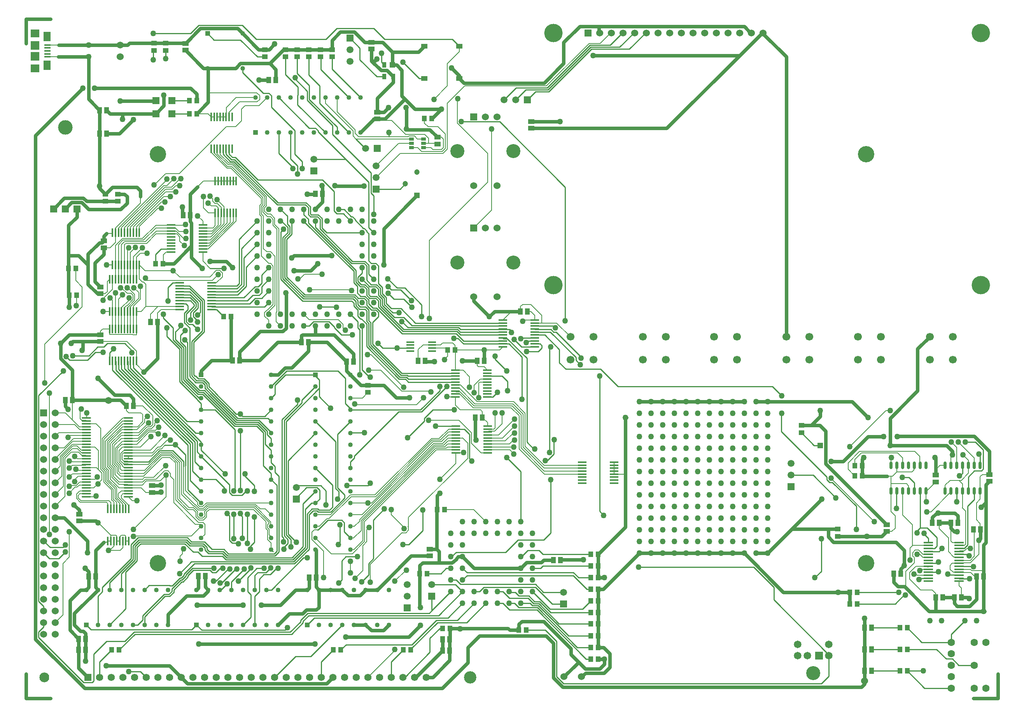
<source format=gtl>
%FSLAX25Y25*%
%MOIN*%
G70*
G01*
G75*
G04 Layer_Physical_Order=1*
G04 Layer_Color=255*
%ADD10R,0.04331X0.05512*%
%ADD11R,0.08071X0.01772*%
%ADD12R,0.08071X0.01772*%
%ADD13R,0.05512X0.04331*%
%ADD14O,0.08000X0.01600*%
%ADD15O,0.01575X0.07480*%
%ADD16R,0.05118X0.03937*%
%ADD17R,0.03937X0.05118*%
%ADD18O,0.07480X0.01575*%
%ADD19R,0.07480X0.07087*%
%ADD20R,0.05315X0.01575*%
%ADD21R,0.06299X0.08268*%
%ADD22R,0.07480X0.07480*%
%ADD23O,0.02559X0.06693*%
%ADD24R,0.04000X0.02600*%
%ADD25R,0.05512X0.03937*%
%ADD26R,0.05906X0.05906*%
%ADD27O,0.07087X0.01575*%
%ADD28R,0.03500X0.05000*%
%ADD29R,0.05000X0.05000*%
%ADD30C,0.03000*%
%ADD31C,0.00700*%
%ADD32C,0.00800*%
%ADD33C,0.01000*%
%ADD34R,0.05906X0.05906*%
%ADD35C,0.05906*%
%ADD36C,0.04724*%
%ADD37R,0.04724X0.04724*%
%ADD38C,0.06000*%
%ADD39C,0.04000*%
%ADD40R,0.04000X0.04000*%
%ADD41R,0.05000X0.05000*%
%ADD42C,0.05000*%
%ADD43R,0.06500X0.06500*%
%ADD44C,0.06500*%
%ADD45C,0.12000*%
%ADD46C,0.14000*%
%ADD47R,0.06000X0.06000*%
%ADD48C,0.06693*%
%ADD49C,0.06299*%
%ADD50R,0.04000X0.04000*%
%ADD51C,0.15748*%
%ADD52R,0.06000X0.06000*%
%ADD53C,0.06200*%
%ADD54R,0.06200X0.06200*%
%ADD55C,0.08400*%
%ADD56C,0.10600*%
%ADD57C,0.12500*%
D10*
X878047Y185000D02*
D03*
X883953D02*
D03*
X205047Y421500D02*
D03*
X210953D02*
D03*
X233047Y513000D02*
D03*
X238953D02*
D03*
X306547Y629000D02*
D03*
X312453D02*
D03*
X352453Y531500D02*
D03*
X346547D02*
D03*
X167453Y603000D02*
D03*
X161547D02*
D03*
X167453Y583000D02*
D03*
X161547D02*
D03*
X184547Y349500D02*
D03*
X190453D02*
D03*
X346953Y202000D02*
D03*
X341047D02*
D03*
X378953Y387500D02*
D03*
X373047D02*
D03*
X143547Y140000D02*
D03*
X149453D02*
D03*
X461453Y139500D02*
D03*
X455547D02*
D03*
X913047Y203000D02*
D03*
X918953D02*
D03*
X910547Y243500D02*
D03*
X916453D02*
D03*
X896953Y249000D02*
D03*
X891047D02*
D03*
X875047D02*
D03*
X880953D02*
D03*
X848000Y205500D02*
D03*
X842094D02*
D03*
X556453Y217000D02*
D03*
X550547D02*
D03*
X137953Y354500D02*
D03*
X132047D02*
D03*
X522047Y430500D02*
D03*
X527953D02*
D03*
X455547Y149000D02*
D03*
X461453D02*
D03*
X822953Y122000D02*
D03*
X817047D02*
D03*
X822953Y159000D02*
D03*
X817047D02*
D03*
X822953Y140500D02*
D03*
X817047D02*
D03*
X440453Y388000D02*
D03*
X434547D02*
D03*
X894047Y185000D02*
D03*
X899953D02*
D03*
X281453Y388500D02*
D03*
X275547D02*
D03*
X334547Y404000D02*
D03*
X340453D02*
D03*
X149453Y149500D02*
D03*
X143547D02*
D03*
X489453Y339500D02*
D03*
X483547D02*
D03*
X157953Y203000D02*
D03*
X152047D02*
D03*
X490953Y388000D02*
D03*
X485047D02*
D03*
X246143Y203500D02*
D03*
X252049D02*
D03*
D11*
X871909Y232134D02*
D03*
D12*
Y229575D02*
D03*
Y227016D02*
D03*
Y224457D02*
D03*
Y221898D02*
D03*
Y219339D02*
D03*
Y216780D02*
D03*
Y214220D02*
D03*
Y211661D02*
D03*
Y209102D02*
D03*
Y206543D02*
D03*
Y203984D02*
D03*
Y201425D02*
D03*
Y198866D02*
D03*
X898091Y232134D02*
D03*
Y229575D02*
D03*
Y227016D02*
D03*
Y224457D02*
D03*
Y221898D02*
D03*
Y219339D02*
D03*
Y216780D02*
D03*
Y214220D02*
D03*
Y211661D02*
D03*
Y209102D02*
D03*
Y206543D02*
D03*
Y203984D02*
D03*
Y201425D02*
D03*
Y198866D02*
D03*
D13*
X531500Y593453D02*
D03*
Y587547D02*
D03*
X235000Y654547D02*
D03*
Y660453D02*
D03*
X399500Y601453D02*
D03*
Y595547D02*
D03*
X444500Y220547D02*
D03*
Y226453D02*
D03*
X451000Y574047D02*
D03*
Y579953D02*
D03*
X924000Y290453D02*
D03*
Y284547D02*
D03*
X878000Y284047D02*
D03*
Y289953D02*
D03*
X836000Y241547D02*
D03*
Y247453D02*
D03*
X165000Y485047D02*
D03*
Y490953D02*
D03*
X144000Y250547D02*
D03*
Y256453D02*
D03*
X162000Y410453D02*
D03*
Y404547D02*
D03*
Y451453D02*
D03*
Y445547D02*
D03*
X394500Y661453D02*
D03*
Y655547D02*
D03*
X206500Y275047D02*
D03*
Y280953D02*
D03*
D14*
X150000Y289000D02*
D03*
Y286500D02*
D03*
Y284000D02*
D03*
Y281500D02*
D03*
Y279000D02*
D03*
Y276500D02*
D03*
Y274000D02*
D03*
Y271500D02*
D03*
Y339000D02*
D03*
X186000D02*
D03*
Y271500D02*
D03*
X150000Y291500D02*
D03*
Y294000D02*
D03*
Y296500D02*
D03*
Y299000D02*
D03*
Y301500D02*
D03*
Y304000D02*
D03*
Y306500D02*
D03*
Y309000D02*
D03*
Y311500D02*
D03*
Y314000D02*
D03*
Y316500D02*
D03*
Y319000D02*
D03*
Y321500D02*
D03*
Y324000D02*
D03*
Y326500D02*
D03*
Y329000D02*
D03*
Y331500D02*
D03*
Y334000D02*
D03*
Y336500D02*
D03*
X186000D02*
D03*
Y334000D02*
D03*
Y331500D02*
D03*
Y329000D02*
D03*
Y326500D02*
D03*
Y324000D02*
D03*
Y321500D02*
D03*
Y319000D02*
D03*
Y316500D02*
D03*
Y314000D02*
D03*
Y311500D02*
D03*
Y309000D02*
D03*
Y306500D02*
D03*
Y304000D02*
D03*
Y301500D02*
D03*
Y299000D02*
D03*
Y296500D02*
D03*
Y294000D02*
D03*
Y291500D02*
D03*
Y289000D02*
D03*
Y286500D02*
D03*
Y284000D02*
D03*
Y281500D02*
D03*
Y279000D02*
D03*
Y276500D02*
D03*
Y274000D02*
D03*
D15*
X171059Y260862D02*
D03*
X173618D02*
D03*
X176177D02*
D03*
X178736D02*
D03*
X183854Y233500D02*
D03*
X181295D02*
D03*
X178736D02*
D03*
X176177D02*
D03*
X173618D02*
D03*
X168500D02*
D03*
X171059D02*
D03*
X183854Y260862D02*
D03*
X181295D02*
D03*
X186413D02*
D03*
X168500D02*
D03*
X186413Y233500D02*
D03*
X272441Y570138D02*
D03*
X269882D02*
D03*
X267323D02*
D03*
X264764D02*
D03*
X259646Y597500D02*
D03*
X262205D02*
D03*
X264764D02*
D03*
X267323D02*
D03*
X269882D02*
D03*
X275000D02*
D03*
X272441D02*
D03*
X259646Y570138D02*
D03*
X262205D02*
D03*
X257087D02*
D03*
X275000D02*
D03*
X257087Y597500D02*
D03*
X275941Y515138D02*
D03*
X273382D02*
D03*
X270823D02*
D03*
X268264D02*
D03*
X263146Y542500D02*
D03*
X265705D02*
D03*
X268264D02*
D03*
X270823D02*
D03*
X273382D02*
D03*
X278500D02*
D03*
X275941D02*
D03*
X263146Y515138D02*
D03*
X265705D02*
D03*
X260587D02*
D03*
X278500D02*
D03*
X260587Y542500D02*
D03*
X170000Y457862D02*
D03*
X177677D02*
D03*
X175118D02*
D03*
X172559D02*
D03*
X193032D02*
D03*
Y430500D02*
D03*
X190472D02*
D03*
X172559D02*
D03*
X170000D02*
D03*
X175118D02*
D03*
X177677D02*
D03*
X180236D02*
D03*
X182795D02*
D03*
X185354D02*
D03*
X187913D02*
D03*
X190472Y457862D02*
D03*
X187913D02*
D03*
X185354D02*
D03*
X182795D02*
D03*
X180236D02*
D03*
X172500Y497862D02*
D03*
X180177D02*
D03*
X177618D02*
D03*
X175059D02*
D03*
X195532D02*
D03*
Y470500D02*
D03*
X192972D02*
D03*
X175059D02*
D03*
X172500D02*
D03*
X177618D02*
D03*
X180177D02*
D03*
X182736D02*
D03*
X185295D02*
D03*
X187854D02*
D03*
X190413D02*
D03*
X192972Y497862D02*
D03*
X190413D02*
D03*
X187854D02*
D03*
X185295D02*
D03*
X182736D02*
D03*
X193000Y388138D02*
D03*
X185323D02*
D03*
X187882D02*
D03*
X190441D02*
D03*
X169969D02*
D03*
Y415500D02*
D03*
X172528D02*
D03*
X190441D02*
D03*
X193000D02*
D03*
X187882D02*
D03*
X185323D02*
D03*
X182764D02*
D03*
X180205D02*
D03*
X177646D02*
D03*
X175087D02*
D03*
X172528Y388138D02*
D03*
X175087D02*
D03*
X177646D02*
D03*
X180205D02*
D03*
X182764D02*
D03*
D16*
X360665Y655150D02*
D03*
Y648850D02*
D03*
X350665Y655150D02*
D03*
Y648850D02*
D03*
X340665D02*
D03*
Y655150D02*
D03*
X330665Y648850D02*
D03*
Y655150D02*
D03*
X320665Y648850D02*
D03*
Y655150D02*
D03*
X208000Y660650D02*
D03*
Y654350D02*
D03*
X218000D02*
D03*
Y660650D02*
D03*
X391500Y360850D02*
D03*
Y367150D02*
D03*
X166500Y524850D02*
D03*
Y531150D02*
D03*
X177000Y524850D02*
D03*
Y531150D02*
D03*
X794000Y243650D02*
D03*
Y237350D02*
D03*
X763000Y332650D02*
D03*
Y326350D02*
D03*
X303000Y655150D02*
D03*
Y648850D02*
D03*
D17*
X588650Y142000D02*
D03*
X582350D02*
D03*
X588650Y152000D02*
D03*
X582350D02*
D03*
X588650Y182000D02*
D03*
X582350D02*
D03*
X588650Y172000D02*
D03*
X582350D02*
D03*
X588650Y162500D02*
D03*
X582350D02*
D03*
X588650Y192000D02*
D03*
X582350D02*
D03*
X459850Y397500D02*
D03*
X466150D02*
D03*
X435850Y205500D02*
D03*
X442150D02*
D03*
X274150Y426000D02*
D03*
X267850D02*
D03*
X215650Y471500D02*
D03*
X209350D02*
D03*
X804350Y179500D02*
D03*
X810650D02*
D03*
X804350Y189500D02*
D03*
X810650D02*
D03*
X847350Y122000D02*
D03*
X853650D02*
D03*
X847350Y159000D02*
D03*
X853650D02*
D03*
X847350Y140500D02*
D03*
X853650D02*
D03*
X141650Y444500D02*
D03*
X135350D02*
D03*
X244650Y600000D02*
D03*
X238350D02*
D03*
Y611500D02*
D03*
X244650D02*
D03*
X815150Y298000D02*
D03*
X808850D02*
D03*
X439850Y596000D02*
D03*
X446150D02*
D03*
X520850Y157000D02*
D03*
X527150D02*
D03*
X141150Y467500D02*
D03*
X134850D02*
D03*
X588650Y202000D02*
D03*
X582350D02*
D03*
X588650Y132000D02*
D03*
X582350D02*
D03*
X450850Y260500D02*
D03*
X457150D02*
D03*
X588650Y212000D02*
D03*
X582350D02*
D03*
X815150Y289500D02*
D03*
X808850D02*
D03*
X455350Y158500D02*
D03*
X461650D02*
D03*
X588650Y222000D02*
D03*
X582350D02*
D03*
X171850Y140000D02*
D03*
X178150D02*
D03*
X421850D02*
D03*
X428150D02*
D03*
X361850D02*
D03*
X368150D02*
D03*
D18*
X602362Y298441D02*
D03*
Y295882D02*
D03*
Y293323D02*
D03*
Y290764D02*
D03*
X575000Y285646D02*
D03*
Y288205D02*
D03*
Y290764D02*
D03*
Y293323D02*
D03*
Y295882D02*
D03*
Y301000D02*
D03*
Y298441D02*
D03*
X602362Y285646D02*
D03*
Y288205D02*
D03*
Y283087D02*
D03*
Y301000D02*
D03*
X575000Y283087D02*
D03*
X466638Y309000D02*
D03*
Y316677D02*
D03*
Y314118D02*
D03*
Y311559D02*
D03*
Y332032D02*
D03*
X494000D02*
D03*
Y329472D02*
D03*
Y311559D02*
D03*
Y309000D02*
D03*
Y314118D02*
D03*
Y316677D02*
D03*
Y319236D02*
D03*
Y321795D02*
D03*
Y324354D02*
D03*
Y326913D02*
D03*
X466638Y329472D02*
D03*
Y326913D02*
D03*
Y324354D02*
D03*
Y321795D02*
D03*
Y319236D02*
D03*
X534362Y412764D02*
D03*
Y410205D02*
D03*
Y407646D02*
D03*
Y405087D02*
D03*
Y402528D02*
D03*
X507000Y405087D02*
D03*
Y407646D02*
D03*
Y410205D02*
D03*
Y412764D02*
D03*
Y415323D02*
D03*
Y417882D02*
D03*
Y423000D02*
D03*
Y420441D02*
D03*
Y402528D02*
D03*
Y399969D02*
D03*
X534362D02*
D03*
Y420441D02*
D03*
Y417882D02*
D03*
Y415323D02*
D03*
Y423000D02*
D03*
X230138Y432000D02*
D03*
Y439677D02*
D03*
Y437118D02*
D03*
Y434559D02*
D03*
Y455032D02*
D03*
X257500D02*
D03*
Y452472D02*
D03*
Y434559D02*
D03*
Y432000D02*
D03*
Y437118D02*
D03*
Y439677D02*
D03*
Y442236D02*
D03*
Y444795D02*
D03*
Y447354D02*
D03*
Y449913D02*
D03*
X230138Y452472D02*
D03*
Y449913D02*
D03*
Y447354D02*
D03*
Y444795D02*
D03*
Y442236D02*
D03*
X222638Y481500D02*
D03*
Y489177D02*
D03*
Y486618D02*
D03*
Y484059D02*
D03*
Y504532D02*
D03*
X250000D02*
D03*
Y501972D02*
D03*
Y484059D02*
D03*
Y481500D02*
D03*
Y486618D02*
D03*
Y489177D02*
D03*
Y491736D02*
D03*
Y494295D02*
D03*
Y496854D02*
D03*
Y499413D02*
D03*
X222638Y501972D02*
D03*
Y499413D02*
D03*
Y496854D02*
D03*
Y494295D02*
D03*
Y491736D02*
D03*
X493862Y380000D02*
D03*
Y372323D02*
D03*
Y374882D02*
D03*
Y377441D02*
D03*
Y356969D02*
D03*
X466500D02*
D03*
Y359528D02*
D03*
Y377441D02*
D03*
Y380000D02*
D03*
Y374882D02*
D03*
Y372323D02*
D03*
Y369764D02*
D03*
Y367205D02*
D03*
Y364646D02*
D03*
Y362087D02*
D03*
X493862Y359528D02*
D03*
Y362087D02*
D03*
Y364646D02*
D03*
Y367205D02*
D03*
Y369764D02*
D03*
D19*
X106240Y668957D02*
D03*
Y639035D02*
D03*
D20*
X116772Y651437D02*
D03*
Y648878D02*
D03*
Y653996D02*
D03*
Y656555D02*
D03*
Y659114D02*
D03*
D21*
X116280Y641791D02*
D03*
Y666201D02*
D03*
D22*
X106240Y649272D02*
D03*
Y658720D02*
D03*
D23*
X839720Y276346D02*
D03*
X844720D02*
D03*
X849720D02*
D03*
X869720D02*
D03*
X864720D02*
D03*
X859720D02*
D03*
X854720D02*
D03*
Y298394D02*
D03*
X859720D02*
D03*
X864720D02*
D03*
X869720D02*
D03*
X849720D02*
D03*
X844720D02*
D03*
X839720D02*
D03*
X886220Y276346D02*
D03*
X891220D02*
D03*
X896220D02*
D03*
X916220D02*
D03*
X911220D02*
D03*
X906220D02*
D03*
X901220D02*
D03*
Y298394D02*
D03*
X906220D02*
D03*
X911220D02*
D03*
X916220D02*
D03*
X896220D02*
D03*
X891220D02*
D03*
X886220D02*
D03*
D24*
X439000Y578500D02*
D03*
Y571000D02*
D03*
Y574750D02*
D03*
X428800Y578500D02*
D03*
Y574750D02*
D03*
Y571000D02*
D03*
D25*
X439756Y630472D02*
D03*
Y658032D02*
D03*
X469744Y658028D02*
D03*
Y630469D02*
D03*
D26*
X223390Y600000D02*
D03*
X209610D02*
D03*
X223390Y611500D02*
D03*
X209610D02*
D03*
X528000Y612000D02*
D03*
X399500Y570500D02*
D03*
D27*
X427602Y396500D02*
D03*
X446500D02*
D03*
X427602Y404177D02*
D03*
Y401618D02*
D03*
Y399059D02*
D03*
X446500Y404177D02*
D03*
Y401618D02*
D03*
Y399059D02*
D03*
D28*
X405500Y632000D02*
D03*
X413000D02*
D03*
X405500Y642000D02*
D03*
D29*
X412500D02*
D03*
D30*
X444503Y586450D02*
X451000Y579953D01*
X424500Y587000D02*
X425050Y586450D01*
X444503D01*
X880000Y257500D02*
X894500D01*
X879000D02*
X880000D01*
X878000Y173000D02*
X919000D01*
X918953Y174047D02*
X920000Y173000D01*
X919000D02*
X920000D01*
X921000Y232000D02*
Y266500D01*
X918953Y229953D02*
X921000Y232000D01*
X918953Y206547D02*
Y229953D01*
Y203000D02*
Y206547D01*
X891047Y244500D02*
Y249000D01*
Y244500D02*
X894047Y241500D01*
X896500D01*
X917000Y262500D02*
X921000Y266500D01*
X906927Y184073D02*
X907000Y184000D01*
X906000Y185000D02*
X906927Y184073D01*
X899953Y185000D02*
X906000D01*
X918953Y174047D02*
Y203000D01*
X872500Y173000D02*
X878000D01*
X878047Y173047D01*
Y185000D01*
X850953Y212453D02*
Y225500D01*
X790500Y232500D02*
X843953D01*
X850953Y225500D01*
Y212453D02*
X851000Y212500D01*
X848000Y209500D02*
X850953Y212453D01*
X848000Y205500D02*
Y209500D01*
X851300Y194200D02*
X872500Y173000D01*
X842094Y198094D02*
Y205500D01*
X842000Y198000D02*
X842094Y198094D01*
X842000Y198000D02*
X845800Y194200D01*
X851300D01*
X894047Y185000D02*
X894047Y185000D01*
X883953Y185000D02*
X894047D01*
X913000Y202953D02*
X913047Y203000D01*
X913000Y183500D02*
Y202953D01*
X907000Y177500D02*
X913000Y183500D01*
X896500Y177500D02*
X907000D01*
X894047Y179953D02*
X896500Y177500D01*
X894047Y179953D02*
Y185000D01*
X880953Y249000D02*
X891047D01*
X896953D02*
X897000Y249047D01*
Y255000D01*
X894500Y257500D02*
X897000Y255000D01*
X875047Y253547D02*
X879000Y257500D01*
X875047Y249000D02*
Y253547D01*
X556953Y217500D02*
X576000D01*
X556453Y217000D02*
X556953Y217500D01*
X542000Y217000D02*
X550547D01*
X540000Y215000D02*
X542000Y217000D01*
X527500Y215000D02*
X540000D01*
X522500Y210000D02*
X527500Y215000D01*
X240200Y486553D02*
Y506447D01*
Y476800D02*
Y486553D01*
Y476800D02*
X249500Y467500D01*
X159746Y445547D02*
X162000D01*
X151500Y453793D02*
X159746Y445547D01*
X199500Y378500D02*
X210953Y389953D01*
Y421500D01*
X612000Y338500D02*
X613000Y339500D01*
X612000D02*
X613000D01*
X806500Y353000D02*
X820000Y339500D01*
X734000Y353000D02*
X806500D01*
X612000Y290764D02*
Y338500D01*
Y245350D02*
Y290764D01*
X588650Y222000D02*
X612000Y245350D01*
X754650Y243650D02*
X780500Y269500D01*
X786000Y237000D02*
Y243650D01*
Y237000D02*
X790500Y232500D01*
X279710Y673290D02*
X284000Y669000D01*
X247837Y673290D02*
X279710D01*
X235000Y660453D02*
X247837Y673290D01*
X187150Y660650D02*
X208000D01*
X185500Y659000D02*
X187150Y660650D01*
X172350Y537000D02*
X193500D01*
X196500Y529000D02*
Y534000D01*
X193500Y537000D02*
X196500Y534000D01*
X185000Y523500D02*
Y529000D01*
X151938Y518000D02*
X179500D01*
X185000Y523500D01*
X814500Y108000D02*
X817047Y110547D01*
X558500Y116000D02*
X572000Y129500D01*
X577800Y123700D01*
X565500Y136000D02*
X572000Y129500D01*
X544000Y152000D02*
X550391Y145609D01*
X455000Y107000D02*
X477000Y129000D01*
X148615Y107000D02*
X455000D01*
X356110Y111110D02*
X361500Y116500D01*
X236890Y111110D02*
X356110D01*
X231500Y116500D02*
X236890Y111110D01*
X542500Y626500D02*
X559223Y643223D01*
X473713Y626500D02*
X542500D01*
X469744Y630469D02*
X473713Y626500D01*
X531500Y593453D02*
X531547Y593500D01*
X556000D01*
X531500Y587547D02*
X647547D01*
X710000Y650000D01*
X431897Y604000D02*
X454500D01*
X420500Y615397D02*
X431897Y604000D01*
X399500Y601453D02*
X405203D01*
X409000Y605250D01*
X307290Y643290D02*
X312453Y638127D01*
Y629000D02*
Y638127D01*
X298000Y629000D02*
X298000Y629000D01*
X306547D01*
X577800Y123700D02*
X590000D01*
X594000Y127700D01*
Y132000D01*
X394290Y156710D02*
X404710D01*
X409500Y161500D01*
X389500D02*
X394290Y156710D01*
X374290Y186710D02*
X384710D01*
X369500Y191500D02*
X374290Y186710D01*
X391500Y367150D02*
X405000D01*
X415650Y356500D01*
X427000D01*
X911118Y323200D02*
X924000Y310318D01*
Y290453D02*
Y310318D01*
X778850Y332650D02*
X783790Y327710D01*
Y299663D02*
Y327710D01*
X771430Y332650D02*
X778850D01*
X771430D02*
X779000Y340219D01*
Y345500D01*
X763000Y332650D02*
X771430D01*
X216500Y606890D02*
Y616000D01*
X209610Y600000D02*
X216500Y606890D01*
X467290Y218016D02*
Y218500D01*
X464484Y215210D02*
X467290Y218016D01*
X464000Y215210D02*
X464484D01*
X385000Y584000D02*
X395500Y594500D01*
X396547Y595547D01*
X399500D01*
Y613500D02*
X413000Y627000D01*
X399500Y601453D02*
Y613500D01*
X584500Y650000D02*
X710000D01*
X729500Y669500D01*
X589500D02*
Y675000D01*
X714000D02*
X719500Y669500D01*
X589500Y675000D02*
X714000D01*
X190453Y349500D02*
X190500Y349547D01*
Y355500D01*
X213453Y280953D02*
X214000Y281500D01*
X206500Y280953D02*
X213453D01*
X593733Y120000D02*
X598700Y124967D01*
X578000Y120000D02*
X593733D01*
X574500Y117000D02*
X578000Y120000D01*
X588650Y142000D02*
X593500D01*
X595500Y140000D01*
Y139900D02*
Y140000D01*
Y139900D02*
X598700Y136700D01*
Y124967D02*
Y136700D01*
X161547Y538000D02*
Y583000D01*
X149453Y130547D02*
Y140000D01*
Y130547D02*
X149500Y130500D01*
X167000Y126500D02*
X221500D01*
X231500Y116500D01*
X213547Y275047D02*
X214000Y275500D01*
X206500Y275047D02*
X213547D01*
X342500Y465500D02*
X348500Y471500D01*
X328000Y465500D02*
X342500D01*
X321000Y446500D02*
X321290Y446210D01*
Y416016D02*
Y446210D01*
X318484Y413210D02*
X321290Y416016D01*
X299120Y413210D02*
X318484D01*
X281453Y395543D02*
X299120Y413210D01*
X281453Y388500D02*
Y395543D01*
X514500Y430500D02*
X522047D01*
X500000D02*
X514500D01*
X495500Y426000D02*
X500000Y430500D01*
X482000Y439500D02*
X495500Y426000D01*
X482000Y439500D02*
Y443000D01*
X490953Y388000D02*
Y397453D01*
X147000Y404547D02*
X162000D01*
X138547D02*
X147000D01*
X146500Y397000D02*
X147000Y397500D01*
Y404547D01*
X426500Y151000D02*
X436500Y161000D01*
X372500Y151000D02*
X426500D01*
X246500Y145000D02*
X346000D01*
X461453Y131047D02*
Y139500D01*
Y131047D02*
X461500Y131000D01*
X447000Y116500D02*
X461500Y131000D01*
X441500Y116500D02*
X447000D01*
X450850Y272350D02*
X453000Y274500D01*
X450850Y260500D02*
Y272350D01*
X483547Y320453D02*
X484000Y320000D01*
X483547Y320453D02*
Y339500D01*
X245000Y178500D02*
X284500D01*
X300000D02*
X316500D01*
X329500Y191500D01*
X339500D01*
X135350Y444500D02*
X135500Y444350D01*
Y434000D02*
Y444350D01*
X137000Y403000D02*
X138547Y404547D01*
X178500Y583000D02*
X190500Y595000D01*
X167453Y583000D02*
X178500D01*
X440453Y388000D02*
X440953Y387500D01*
X448500D01*
X472500Y388000D02*
X485047D01*
X520850Y161850D02*
X523500Y164500D01*
X520850Y157000D02*
Y161850D01*
X435850Y177150D02*
X436500Y176500D01*
X435850Y177150D02*
Y205500D01*
X149000Y210000D02*
X152047Y206953D01*
Y193547D02*
Y206953D01*
X270000Y473500D02*
X275500Y468000D01*
X256000Y473500D02*
X270000D01*
X747500Y189500D02*
X794500D01*
X714000Y223000D02*
X747500Y189500D01*
X734000Y223000D02*
X754650Y243650D01*
X786000D01*
X794000Y237350D02*
X831803D01*
X794500Y189500D02*
X804350D01*
X126000Y649000D02*
X152000D01*
X126500Y659000D02*
X152000D01*
X185500D01*
X208000Y660650D02*
X218000D01*
X234803D01*
X235000Y660453D01*
X284000Y669000D02*
X297850Y655150D01*
X303000D01*
X320665D02*
X330665D01*
X340665D01*
X350665D01*
X360665D01*
X367743Y670243D02*
X379901D01*
X388691Y661453D01*
X394500D01*
X404047D01*
X412500Y653000D01*
Y642000D02*
Y653000D01*
X434724D01*
X439756Y658032D01*
X394500Y645511D02*
X402802Y637210D01*
X394500Y645511D02*
Y655547D01*
X250547Y639000D02*
X254000D01*
X235000Y654547D02*
X250547Y639000D01*
X413000Y627000D02*
Y632000D01*
X402802Y637210D02*
X407790D01*
X413000Y632000D01*
X254000Y639000D02*
X254587Y638413D01*
X254000Y639000D02*
X277933D01*
X282223Y643290D01*
X307290D01*
X319150Y655150D01*
X320665D01*
X152000Y612547D02*
Y649000D01*
Y612547D02*
X161547Y603000D01*
Y583000D02*
Y603000D01*
Y536102D02*
X166500Y531150D01*
X167453Y603000D02*
X170453Y600000D01*
X181000Y595500D02*
Y600000D01*
X170453D02*
X181000D01*
X209610D01*
X177000Y531150D02*
X182850D01*
X185000Y529000D01*
X146048Y523890D02*
X151938Y518000D01*
X137390Y523890D02*
X146048D01*
X132000Y518500D02*
X137390Y523890D01*
X134850Y504350D02*
X142000Y511500D01*
X134850Y478500D02*
Y504350D01*
Y445000D02*
Y467500D01*
Y445000D02*
X135350Y444500D01*
X750000Y408685D02*
Y649000D01*
X729500Y669500D02*
X750000Y649000D01*
X166500Y531150D02*
X172350Y537000D01*
X165000Y490953D02*
Y495000D01*
X167500Y497500D01*
X143547Y124453D02*
X151500Y116500D01*
X143547Y124453D02*
Y140000D01*
Y149500D01*
X150000Y191500D02*
X152047Y193547D01*
X461650Y149197D02*
Y158500D01*
X461453Y149000D02*
X461650Y149197D01*
X461453Y139500D02*
Y149000D01*
X511500Y158500D02*
X513000Y157000D01*
X520850D01*
X149453Y140000D02*
Y149500D01*
X817047Y140500D02*
Y159000D01*
Y122000D02*
Y140500D01*
X804350Y179500D02*
Y189500D01*
X831803Y237350D02*
X836000Y241547D01*
X786000Y243650D02*
X794000D01*
X446500Y596000D02*
X454500Y604000D01*
X446150Y596000D02*
X446500D01*
X399940Y595547D02*
X406047D01*
X157953Y193547D02*
Y225453D01*
X151500Y453793D02*
Y470500D01*
X143500Y478500D02*
X151500Y470500D01*
X134850Y478500D02*
X143500D01*
X134850Y467500D02*
Y478500D01*
X157500Y455953D02*
X162000Y451453D01*
X157500Y455953D02*
Y472000D01*
X165000Y479500D01*
Y485047D01*
X238953Y513000D02*
Y530953D01*
X245500Y537500D01*
X783790Y299663D02*
X836000Y247453D01*
X839000Y315500D02*
Y338726D01*
X724000Y353000D02*
X734000D01*
X704000D02*
X714000D01*
X694000D02*
X704000D01*
X684000D02*
X694000D01*
X674000D02*
X684000D01*
X664000D02*
X674000D01*
X654000D02*
X664000D01*
X644000D02*
X654000D01*
X634000D02*
X644000D01*
X624000D02*
X634000D01*
X724000Y223000D02*
X734000D01*
X704000D02*
X714000D01*
X694000D02*
X704000D01*
X684000D02*
X694000D01*
X674000D02*
X684000D01*
X664000D02*
X674000D01*
X654000D02*
X664000D01*
X644000D02*
X654000D01*
X634000D02*
X644000D01*
X624000D02*
X634000D01*
X815150Y289500D02*
Y298000D01*
Y289500D02*
X815650Y289000D01*
X836500D01*
X142000Y511500D02*
Y518500D01*
X157953Y193547D02*
X160000Y191500D01*
X246047Y193047D02*
Y200500D01*
X244500Y191500D02*
X246047Y193047D01*
X251953Y194047D02*
Y200500D01*
Y194047D02*
X254500Y191500D01*
X341047Y193047D02*
Y200500D01*
X339500Y191500D02*
X341047Y193047D01*
X346953Y194047D02*
X349500Y191500D01*
X139700Y171200D02*
X160000Y191500D01*
X431500Y116500D02*
X432547D01*
X455547Y139500D01*
Y149000D01*
X349500Y191500D02*
X359500D01*
X369500D01*
X384710Y186710D02*
X389500Y191500D01*
X399500D01*
X428547Y220547D01*
X444500D01*
X220000Y161500D02*
Y170500D01*
X236000Y186500D01*
X250500D01*
X254500Y190500D01*
Y191500D01*
X136000Y157047D02*
X143547Y149500D01*
X136000Y157047D02*
Y182500D01*
X145000Y191500D01*
X150000D01*
X139700Y161500D02*
Y171200D01*
Y161500D02*
X145200Y156000D01*
X147500D01*
X149453Y154047D01*
Y149500D02*
Y154047D01*
X248500Y376000D02*
Y379500D01*
X257500Y388500D01*
X275547D01*
X373047Y379453D02*
X376500Y376000D01*
X373047Y379453D02*
Y387500D01*
X356547Y404000D02*
X373047Y387500D01*
X340453Y404000D02*
X356547D01*
X281453Y388500D02*
X298500D01*
X314000Y404000D01*
X334547D01*
Y409547D01*
X335500Y410500D01*
X378953Y387500D02*
Y394047D01*
X362500Y410500D02*
X378953Y394047D01*
X346500Y410500D02*
Y418000D01*
X335500Y410500D02*
X346500D01*
X362500D01*
X346500Y518000D02*
Y518500D01*
X352453Y524453D01*
Y531500D01*
X208610Y610500D02*
X209610Y611500D01*
X208110Y611000D02*
X208610Y610500D01*
X179000Y611000D02*
X208110D01*
X588650Y212000D02*
Y222000D01*
Y202000D02*
Y212000D01*
Y202000D02*
X594000D01*
X588650Y132000D02*
X594000D01*
X588650Y142000D02*
Y152000D01*
Y162500D01*
Y172000D01*
Y182000D01*
Y192000D01*
X593000D01*
X624000Y223000D01*
X435850Y205500D02*
Y212350D01*
X438290Y214790D01*
X463580D02*
X464000Y215210D01*
X467290Y218500D02*
X468790Y220000D01*
X472500D01*
X444500Y226453D02*
X450453D01*
X438290Y214790D02*
X452500D01*
X463580D01*
X452500D02*
Y224406D01*
X385350Y367150D02*
X391500D01*
X376500Y376000D02*
X385350Y367150D01*
X254587Y618000D02*
Y638413D01*
X244650Y611500D02*
Y616850D01*
X239500Y622000D02*
X244650Y616850D01*
X157000Y622000D02*
X239500D01*
X817047Y110547D02*
Y122000D01*
X346953Y194047D02*
Y225547D01*
X346500Y226000D02*
X346953Y225547D01*
X314500Y161500D02*
X324000Y171000D01*
X335529D01*
X338729Y174200D01*
X347200D01*
X349500Y176500D01*
Y191500D01*
X379500Y161500D02*
X389500D01*
X482500Y210000D02*
X522500D01*
X472500Y220000D02*
X482500Y210000D01*
X346047Y531000D02*
X346547Y531500D01*
X339500Y531000D02*
X346047D01*
X232500Y513547D02*
Y520000D01*
Y513547D02*
X233047Y513000D01*
X306650Y655150D02*
X311500Y660000D01*
X303000Y655150D02*
X306650D01*
X274150Y389898D02*
Y426000D01*
Y389898D02*
X275547Y388500D01*
X308500Y376000D02*
X314567D01*
X320557Y381990D01*
X325990D01*
X340500Y396500D01*
Y403953D01*
X340453Y404000D02*
X340500Y403953D01*
X326000Y476500D02*
X328000Y478500D01*
X360500D01*
X352453Y531500D02*
Y538047D01*
X352000Y538500D02*
X352453Y538047D01*
X363000Y538500D02*
X363500Y538000D01*
X388000D01*
X406047Y595547D02*
X423198Y612698D01*
X424500Y587000D02*
Y604750D01*
X424000Y605250D02*
X424500Y604750D01*
X405000Y470500D02*
Y501500D01*
X433500Y530000D01*
X412500Y642000D02*
X416000D01*
X420500Y637500D01*
X394500Y645511D02*
X397512D01*
X399000Y647000D01*
X463000Y639500D02*
X469744Y632756D01*
Y630469D02*
Y632756D01*
X128000Y389853D02*
Y403000D01*
X135453Y410453D01*
X162000D01*
X420500Y615397D02*
Y637500D01*
X839000Y315500D02*
X887500D01*
X892500Y310500D01*
Y307500D02*
Y310500D01*
X815150Y303650D02*
X816500Y305000D01*
X815150Y298000D02*
Y303650D01*
X877500Y305000D02*
X878000Y304500D01*
Y289953D02*
Y294500D01*
Y304500D01*
X817000Y159047D02*
Y167000D01*
Y159047D02*
X817047Y159000D01*
X845200Y323200D02*
X911118D01*
X845000Y323000D02*
X845200Y323200D01*
X788490Y301610D02*
X798610D01*
X820000Y323000D01*
X833500D01*
X559223Y643223D02*
Y661223D01*
X573000Y675000D01*
X589500D01*
X470500Y158000D02*
Y158500D01*
X461650D02*
X470500D01*
X511500D01*
X151500Y470500D02*
Y479707D01*
X163550Y489503D02*
X165000Y490953D01*
X151500Y479707D02*
X161296Y489503D01*
X163550D01*
X360665Y663165D02*
X367743Y670243D01*
X360665Y655150D02*
Y663165D01*
X839000Y338726D02*
X862500Y362226D01*
Y398185D01*
X873000Y408685D01*
X565500Y136000D02*
Y141161D01*
X523500Y164500D02*
X542161D01*
X565500Y141161D01*
X450453Y260102D02*
X450850Y260500D01*
X450453Y226453D02*
X452500Y224406D01*
X450453Y226453D02*
Y260102D01*
X244650Y600000D02*
X254587Y609937D01*
Y618000D01*
X238953Y507694D02*
Y513000D01*
Y507694D02*
X240200Y506447D01*
X215650Y471500D02*
X225147D01*
X106510Y581510D02*
X147000Y622000D01*
X106510Y149105D02*
Y581510D01*
Y149105D02*
X148615Y107000D01*
X225147Y471500D02*
X240200Y486553D01*
X157953Y225453D02*
X165000Y232500D01*
X131090Y527590D02*
X147581D01*
X150321Y524850D01*
X166500D01*
X177000D01*
X122000Y518500D02*
X131090Y527590D01*
X123500Y253500D02*
X131000D01*
X151000Y233500D01*
Y223500D02*
Y233500D01*
X144000Y250547D02*
X158453D01*
X160000Y249000D01*
X139500Y264500D02*
X144000Y260000D01*
Y256453D02*
Y260000D01*
X187453Y358547D02*
X190500Y355500D01*
X160000Y373000D02*
X174453Y358547D01*
X187453D01*
X179547Y354500D02*
X184547Y349500D01*
X137953Y354500D02*
X138000D01*
X128000Y389853D02*
X137953Y379900D01*
Y354500D02*
Y379900D01*
X138000Y354500D02*
X179547D01*
X132047Y348853D02*
X134400Y346500D01*
X132047Y348853D02*
Y354500D01*
X477000Y129000D02*
Y142000D01*
X487000Y152000D01*
X544000D01*
X550391Y115882D02*
Y145609D01*
Y115882D02*
X558272Y108000D01*
X814500D01*
X916453Y235453D02*
Y243500D01*
X915000Y234000D02*
X916453Y235453D01*
X921000Y281547D02*
X924000Y284547D01*
X921000Y266500D02*
Y281547D01*
X98500Y98500D02*
Y119500D01*
X931500Y98500D02*
Y119500D01*
X98500Y660500D02*
Y681500D01*
Y98500D02*
X119500D01*
X910500D02*
X931500D01*
X98500Y681500D02*
X119500D01*
D31*
X451500Y589000D02*
X457750Y582750D01*
X443000Y589000D02*
X451500D01*
X439850Y592150D02*
X443000Y589000D01*
X431272Y580940D02*
X433712Y578500D01*
X426328Y580940D02*
X431272D01*
X425748Y580360D02*
X426328Y580940D01*
X439850Y592150D02*
Y596000D01*
X183854Y260862D02*
Y264626D01*
X177400Y271080D02*
X183854Y264626D01*
X186413Y260862D02*
Y264046D01*
X180000Y270460D02*
X186413Y264046D01*
X258000Y457000D02*
X263000Y462000D01*
X200792Y457000D02*
X258000D01*
X200792D02*
Y459000D01*
X581000Y660500D02*
X590500D01*
X544450Y623950D02*
X581000Y660500D01*
X474331Y623950D02*
X544450D01*
X459450Y609069D02*
X474331Y623950D01*
X355000Y609148D02*
X378640Y585508D01*
X355000Y609148D02*
Y614000D01*
X365000Y601552D02*
Y614000D01*
X180000Y276500D02*
X186000D01*
X177400Y273900D02*
X180000Y276500D01*
X177400Y271080D02*
Y273900D01*
X181500Y274000D02*
X186000D01*
X180000Y272500D02*
X181500Y274000D01*
X180000Y270460D02*
Y272500D01*
X144900Y266600D02*
X167400D01*
X379540Y226000D02*
X387100Y233560D01*
Y250580D01*
X378020Y222500D02*
X388500Y232980D01*
X360000Y222500D02*
X378020D01*
X349808Y246000D02*
X356558Y252750D01*
X346500Y246000D02*
X349808D01*
X179250Y291500D02*
X186000D01*
X177750Y293000D02*
X179250Y291500D01*
X179350Y289000D02*
X186000D01*
X176350Y292000D02*
X179350Y289000D01*
X176350Y292000D02*
Y297145D01*
X173450Y288580D02*
X178030Y284000D01*
X172050Y288000D02*
X177990Y282060D01*
X172050Y288000D02*
Y295364D01*
X166350Y284640D02*
X173200Y277790D01*
X166350Y284640D02*
Y293003D01*
X164950Y284060D02*
Y292424D01*
Y284060D02*
X171800Y277210D01*
X590500Y660500D02*
X599500Y669500D01*
X179460Y302096D02*
X181996Y299560D01*
X179460Y302096D02*
Y308440D01*
X176560Y300895D02*
Y312560D01*
Y300895D02*
X179150Y298305D01*
X175160Y300315D02*
X177750Y297725D01*
X175160Y300315D02*
Y313140D01*
X173760Y299735D02*
X176350Y297145D01*
X173760Y299735D02*
Y315260D01*
X170860Y298534D02*
X173450Y295944D01*
X170860Y298534D02*
Y316911D01*
X169460Y297954D02*
Y317960D01*
Y297954D02*
X172050Y295364D01*
X166560Y296753D02*
X169150Y294163D01*
X166560Y296753D02*
Y319161D01*
X165160Y296173D02*
X167750Y293583D01*
X165160Y296173D02*
Y320660D01*
X163760Y295593D02*
X166350Y293003D01*
X163760Y295593D02*
Y321240D01*
X162360Y295013D02*
Y330140D01*
Y295013D02*
X164950Y292424D01*
X180860Y303196D02*
Y307860D01*
X181996Y302060D02*
X185440D01*
X181996Y299560D02*
X186000D01*
X180860Y303196D02*
X181996Y302060D01*
X186000Y299000D02*
Y299560D01*
X173450Y288580D02*
Y295944D01*
X177750Y293000D02*
Y297725D01*
X167750Y285220D02*
Y293583D01*
X169150Y285799D02*
Y294163D01*
Y285799D02*
X176000Y278949D01*
X167750Y285220D02*
X174600Y278369D01*
X181520Y339000D02*
X186000D01*
X163760Y321240D02*
X181520Y339000D01*
X226650Y268601D02*
Y300218D01*
X221691Y305177D02*
X226650Y300218D01*
X215177Y305177D02*
X221691D01*
X228350Y269305D02*
Y300498D01*
X222271Y306577D02*
X228350Y300498D01*
X214597Y306577D02*
X222271D01*
X230050Y270009D02*
Y300778D01*
X222851Y307977D02*
X230050Y300778D01*
X214017Y307977D02*
X222851D01*
X231750Y273501D02*
Y301058D01*
X223431Y309377D02*
X231750Y301058D01*
X213437Y309377D02*
X223431D01*
X214509Y312477D02*
X217591Y315559D01*
X213438Y313877D02*
X219561Y320000D01*
X211573Y313877D02*
X213438D01*
X206696Y309000D02*
X211573Y313877D01*
X186000Y309000D02*
X206696D01*
X212153Y312477D02*
X214509D01*
X206176Y306500D02*
X212153Y312477D01*
X186000Y306500D02*
X206176D01*
X203060Y299000D02*
X213437Y309377D01*
X186000Y299000D02*
X203060D01*
X200040Y294000D02*
X214017Y307977D01*
X186000Y294000D02*
X200040D01*
X199520Y291500D02*
X214597Y306577D01*
X186000Y291500D02*
X199520D01*
X199000Y289000D02*
X215177Y305177D01*
X186000Y289000D02*
X199000D01*
X219561Y320000D02*
X222000D01*
X186000Y284000D02*
X198520D01*
X200920Y286400D01*
X209880D01*
X217030Y293550D01*
X213550Y285050D02*
X218500Y290000D01*
X212530Y285050D02*
X213550D01*
X212480Y285000D02*
X212530Y285050D01*
X201500Y285000D02*
X212480D01*
X198000Y281500D02*
X201500Y285000D01*
X186000Y281500D02*
X198000D01*
X218500Y271500D02*
Y290000D01*
X190500Y243500D02*
X218500Y271500D01*
X150000D02*
X158000D01*
X158500Y272000D01*
X189500Y268000D02*
X193500D01*
X186000Y271500D02*
X189500Y268000D01*
X171800Y268760D02*
Y277210D01*
X173200Y269340D02*
Y277790D01*
X174600Y269920D02*
Y278369D01*
X173618Y260862D02*
Y266942D01*
X171800Y268760D02*
X173618Y266942D01*
X176000Y261039D02*
Y266540D01*
X173200Y269340D02*
X176000Y266540D01*
X178736Y260862D02*
Y265784D01*
X174600Y269920D02*
X178736Y265784D01*
X181000Y261157D02*
Y265500D01*
X176000Y270500D02*
X181000Y265500D01*
X176000Y270500D02*
Y278949D01*
X150000Y334000D02*
X158500D01*
X162360Y330140D01*
X176000Y261039D02*
X176177Y260862D01*
X181000Y336500D02*
X186000D01*
X165160Y320660D02*
X181000Y336500D01*
Y261157D02*
X181295Y260862D01*
X168500D02*
Y265500D01*
X167400Y266600D02*
X168500Y265500D01*
X171000Y260921D02*
X171059Y260862D01*
X171000Y260921D02*
Y266500D01*
X169500Y268000D02*
X171000Y266500D01*
X145500Y268000D02*
X169500D01*
X145996Y337060D02*
X150000D01*
X144860Y344860D02*
X145600Y345600D01*
X144860Y338196D02*
Y344860D01*
Y338196D02*
X145996Y337060D01*
X150000Y336500D02*
Y337060D01*
Y339000D02*
X150500Y339500D01*
Y343500D01*
X180500Y329000D02*
X186000D01*
X169460Y317960D02*
X180500Y329000D01*
X177990Y282060D02*
X185440D01*
X186000Y281500D01*
X178030Y284000D02*
X186000D01*
X180000Y321500D02*
X186000D01*
X173760Y315260D02*
X180000Y321500D01*
X180500Y316500D02*
X186000D01*
X176560Y312560D02*
X180500Y316500D01*
X181960Y310940D02*
X186000D01*
X179460Y308440D02*
X181960Y310940D01*
X186000D02*
Y311500D01*
X185440Y302060D02*
X186000Y301500D01*
Y304000D02*
Y306500D01*
Y311500D02*
X205000D01*
X186000Y329000D02*
X193551D01*
X217030Y293550D02*
X219970D01*
X222050Y291470D01*
Y288950D02*
Y291470D01*
Y288950D02*
X224950Y286050D01*
X409500Y580360D02*
X425748D01*
X383492D02*
X409500D01*
X420740Y240740D02*
X421030Y240450D01*
X420740Y240740D02*
X420740D01*
X425760Y245760D02*
X426050Y246050D01*
X425760Y245760D02*
Y245760D01*
Y245760D02*
X426050Y245470D01*
Y242530D02*
Y245470D01*
X423970Y240450D02*
X426050Y242530D01*
X421030Y240450D02*
X423970D01*
X393500Y213500D02*
X420740Y240740D01*
X426050Y246050D02*
Y253550D01*
X393500Y198000D02*
Y213500D01*
X411500Y256000D02*
X422500Y245000D01*
X426050Y253550D02*
X477000Y304500D01*
X230500Y216000D02*
Y220500D01*
X232500Y222500D01*
X193032Y457862D02*
Y470441D01*
X337000Y462500D02*
X352000D01*
X333000Y458500D02*
X337000Y462500D01*
X331500Y458500D02*
X333000D01*
X387000Y229500D02*
X390500Y233000D01*
X387000Y208000D02*
Y229500D01*
X380500Y201500D02*
X387000Y208000D01*
X432950Y350450D02*
X439000Y356500D01*
X402480Y380000D02*
X420530Y361950D01*
X392000Y380000D02*
X402480D01*
X380000Y351000D02*
X380550Y350450D01*
X432950D01*
X445500Y361500D02*
X446500D01*
X446950Y361950D01*
X482480Y360541D02*
X482500Y360561D01*
Y367000D01*
X487823Y372323D01*
X493862D01*
X486500Y356500D02*
Y369000D01*
X487264Y369764D01*
X485130Y352850D02*
X516362D01*
X482950Y355030D02*
X485130Y352850D01*
X482950Y355030D02*
Y355050D01*
X470795Y367205D02*
X482950Y355050D01*
X487264Y369764D02*
X493862D01*
X420530Y361950D02*
X446950D01*
X443500Y337000D02*
X469500D01*
X480100Y326400D01*
X205000Y311500D02*
X217500Y324000D01*
X208600Y332708D02*
Y334569D01*
X210750Y336719D01*
X200000Y335449D02*
Y338000D01*
X193551Y329000D02*
X200000Y335449D01*
X336500Y428000D02*
X341000Y423500D01*
X366148D01*
X370140Y419508D01*
Y416060D02*
Y419508D01*
Y416060D02*
X372000Y414200D01*
X391000Y393500D02*
X394000D01*
X422000Y365500D01*
X480100Y317400D02*
Y326400D01*
Y317400D02*
X488500Y309000D01*
X494000D01*
X377000Y449000D02*
X377500Y448500D01*
X341500Y449000D02*
X377000D01*
X164500Y430500D02*
X170000D01*
X172500Y457803D02*
X172559Y457862D01*
X172500Y449500D02*
Y457803D01*
X164500Y441500D02*
X172500Y449500D01*
X164500Y440000D02*
Y441500D01*
X192972Y470500D02*
X193032Y470441D01*
X190413Y457921D02*
Y470500D01*
Y457921D02*
X190472Y457862D01*
X187913D02*
Y470441D01*
X187854Y470500D02*
X187913Y470441D01*
X185295Y457921D02*
Y470500D01*
Y457921D02*
X185354Y457862D01*
X182795D02*
Y470441D01*
X182736Y470500D02*
X182795Y470441D01*
X180177Y457921D02*
Y470500D01*
Y457921D02*
X180236Y457862D01*
X177677D02*
Y470441D01*
X177618Y470500D02*
X177677Y470441D01*
X175059Y457921D02*
Y470500D01*
Y457921D02*
X175118Y457862D01*
X190472Y415531D02*
Y430500D01*
X190441Y415500D02*
X190472Y415531D01*
X185354D02*
Y430500D01*
X185323Y415500D02*
X185354Y415531D01*
X180236D02*
Y430500D01*
X180205Y415500D02*
X180236Y415531D01*
X175118D02*
Y430500D01*
X175087Y415500D02*
X175118Y415531D01*
X224945Y544500D02*
X225000D01*
X219000Y543493D02*
Y544000D01*
X182736Y497862D02*
Y502420D01*
X217404Y537088D01*
X223033D01*
X230445Y544500D01*
X231000D01*
X185295Y497862D02*
Y502575D01*
X218108Y535388D01*
X223737D01*
X226849Y538500D01*
X230000D01*
X187854Y497862D02*
Y502730D01*
X218124Y533000D01*
X226794D01*
X226904Y533111D01*
X190413Y497862D02*
Y502885D01*
X216528Y529000D01*
X222000D01*
X192972Y497862D02*
Y503040D01*
X214432Y524500D01*
X217500D01*
X195532Y497862D02*
Y503195D01*
X211337Y519000D01*
X214500D01*
X300140Y478000D02*
X306500Y471640D01*
X308008D01*
X310140Y469508D01*
X306500Y418000D02*
Y422852D01*
X302860Y426492D02*
X306500Y422852D01*
X310140Y436492D02*
Y469508D01*
X305288Y431640D02*
X310140Y436492D01*
X302860Y426492D02*
Y429508D01*
X304992Y431640D01*
X305288D01*
X306500Y428000D02*
Y430448D01*
X311840Y435788D01*
Y477808D01*
X308008Y481640D02*
X311840Y477808D01*
X304700Y481640D02*
X308008D01*
X301840Y484500D02*
X304700Y481640D01*
X312860Y429508D02*
X313540Y430188D01*
X312860Y421640D02*
Y429508D01*
Y421640D02*
X316500Y418000D01*
X315240Y429260D02*
X316500Y428000D01*
X308500Y236000D02*
Y237000D01*
X235150Y276734D02*
X245360Y266524D01*
X226650Y268601D02*
X245951Y249300D01*
X250000D01*
X248500Y236000D02*
X251640Y239140D01*
X250000Y249300D02*
X251640Y247660D01*
Y239140D02*
Y247660D01*
X224950Y266227D02*
X243577Y247600D01*
X248500Y246000D02*
Y247600D01*
X243577D02*
X248500D01*
X466500Y359528D02*
X469972D01*
X481750Y347750D01*
X542750Y290750D02*
X542764Y290764D01*
X575000D01*
X466500Y362087D02*
X467132Y361455D01*
X470449D01*
X482454Y349450D01*
X542404Y293500D02*
X574823D01*
X575000Y293323D01*
X542426Y295882D02*
X575000D01*
X524400Y313908D02*
X542426Y295882D01*
X524400Y313908D02*
Y342408D01*
X515658Y351150D02*
X524400Y342408D01*
X483158Y351150D02*
X515658D01*
X469663Y364646D02*
X483158Y351150D01*
X466500Y364646D02*
X469663D01*
X466500Y367205D02*
X470795D01*
X516362Y352850D02*
X526100Y343112D01*
X494000Y329472D02*
X499472D01*
X500500Y330500D01*
Y343500D01*
X494000Y326913D02*
X494632Y327545D01*
X499949D01*
X506500Y334096D01*
X512677Y316677D02*
X516000Y320000D01*
X494000Y319236D02*
X509236D01*
X516000Y326000D01*
X494000Y321795D02*
X506795D01*
X517000Y332000D01*
X494000Y324354D02*
X503354D01*
X517000Y338000D01*
X346500Y236000D02*
X360000Y222500D01*
X459714Y314118D02*
X466638D01*
X459869Y316677D02*
X466638D01*
X381000Y578500D02*
X428800D01*
X378640Y580860D02*
X381000Y578500D01*
X378640Y580860D02*
Y585508D01*
X433712Y578500D02*
X439000D01*
X380340Y583512D02*
X383492Y580360D01*
X380340Y583512D02*
Y586212D01*
X365000Y601552D02*
X380340Y586212D01*
X437338Y567750D02*
X455225D01*
X428800Y571000D02*
X434088D01*
X437338Y567750D01*
X417750Y574750D02*
X428800D01*
X398500Y555500D02*
X417750Y574750D01*
X455225Y567750D02*
X457750Y570275D01*
Y582750D01*
X283000Y594000D02*
Y604000D01*
X278000Y589000D02*
X283000Y594000D01*
X208555Y539000D02*
X218205Y548650D01*
X208000Y539000D02*
X208555D01*
X167500Y470500D02*
X172500D01*
X398500Y545500D02*
X419050Y566050D01*
X455929D01*
X459450Y569571D01*
Y609069D01*
X235150Y276734D02*
Y298000D01*
X233450Y274205D02*
Y297296D01*
X224950Y266227D02*
Y286050D01*
X141650Y435650D02*
Y444500D01*
X141500Y435500D02*
X141650Y435650D01*
X141150Y456850D02*
Y467500D01*
Y456850D02*
X146500Y451500D01*
Y434500D02*
Y451500D01*
X196500Y441000D02*
Y452000D01*
X190472Y434972D02*
X196500Y441000D01*
X190472Y430500D02*
Y434972D01*
X190800Y450832D02*
X195100Y446532D01*
Y441580D02*
Y446532D01*
X187882Y434362D02*
X195100Y441580D01*
X187882Y415500D02*
Y434362D01*
X185100Y450832D02*
X185780D01*
X185354Y430500D02*
Y433814D01*
X179400Y450832D02*
X180080D01*
X185030Y445882D01*
X184556Y435380D02*
X184941D01*
X182764Y433588D02*
X184556Y435380D01*
X182764Y415500D02*
Y433588D01*
X186640Y440023D02*
Y442100D01*
X180236Y430500D02*
Y433619D01*
X186640Y440023D01*
X177646Y441167D02*
X181185Y444706D01*
X177646Y415500D02*
Y441167D01*
X175000Y430618D02*
Y446500D01*
Y430618D02*
X175118Y430500D01*
X170500Y442000D02*
X172528Y439972D01*
Y415500D02*
Y439972D01*
X808850Y298000D02*
Y303350D01*
X814500Y309000D01*
X845500D01*
X849720Y304780D01*
Y298394D02*
Y304780D01*
X808500Y289500D02*
X808850D01*
X803000Y295000D02*
X808500Y289500D01*
X803000Y295000D02*
Y300500D01*
X812900Y310400D01*
X860100D01*
X864500Y306000D01*
Y298614D02*
Y306000D01*
Y298614D02*
X864720Y298394D01*
X175059Y470500D02*
Y487059D01*
X180982Y492982D01*
X177618Y470500D02*
Y487618D01*
X180982Y492982D02*
X194022D01*
X194340Y493300D01*
X194415D01*
X177618Y487618D02*
X181582Y491582D01*
X180177Y470500D02*
Y487677D01*
X182682Y490182D01*
X194415Y493300D02*
X194733Y492982D01*
X182682Y490182D02*
X200778D01*
X181582Y491582D02*
X199182D01*
X209600Y502000D01*
X194733Y492982D02*
X198178D01*
X209696Y504500D01*
X201782Y488782D02*
X209854Y496854D01*
X182736Y470500D02*
Y487736D01*
X183782Y488782D01*
X201782D01*
X209854Y496854D02*
X222638D01*
X185295Y483795D02*
X186500Y485000D01*
X185295Y470500D02*
Y483795D01*
X187854Y480887D02*
X192200Y485232D01*
X187854Y470500D02*
Y480887D01*
X190413Y477413D02*
X198000Y485000D01*
X190413Y470500D02*
Y477413D01*
X196500Y480500D02*
X202000D01*
X193000Y477000D02*
X196500Y480500D01*
X193000Y470528D02*
Y477000D01*
X192972Y470500D02*
X193000Y470528D01*
X308008Y511640D02*
X310140Y509508D01*
X311540Y504960D02*
Y510512D01*
Y504960D02*
X315240Y501260D01*
Y429260D02*
Y501260D01*
X310140Y504380D02*
X313540Y500980D01*
Y430188D02*
Y500980D01*
X310140Y504380D02*
Y509508D01*
X482454Y349450D02*
X514954D01*
X481750Y347750D02*
X514250D01*
X506500Y334096D02*
Y343500D01*
X516000Y320000D02*
X517000D01*
X514954Y349450D02*
X522700Y341704D01*
Y313204D02*
Y341704D01*
Y313204D02*
X542404Y293500D01*
X521000Y312500D02*
X542750Y290750D01*
X494000Y316677D02*
X512677D01*
X516382Y314118D02*
X516500Y314000D01*
X512941Y311559D02*
X516500Y308000D01*
X494000Y314118D02*
X516382D01*
X494000Y311559D02*
X512941D01*
X514250Y347750D02*
X521000Y341000D01*
Y312500D02*
Y341000D01*
X516000Y326000D02*
X517000D01*
X446500Y399059D02*
X458291D01*
X459850Y397500D01*
X376500Y356000D02*
X386650D01*
X391500Y360850D01*
X283000Y604000D02*
X286000Y607000D01*
X298000D01*
X305000Y614000D01*
X376500Y206000D02*
Y216000D01*
X303500Y261000D02*
X308500Y256000D01*
X228350Y269305D02*
X237155Y260500D01*
X230050Y270009D02*
X238159Y261900D01*
X231750Y273501D02*
X241951Y263300D01*
X233450Y274205D02*
X242955Y264700D01*
X245360Y264699D02*
X247199Y262860D01*
X249801D01*
X246620Y261460D02*
X250380D01*
X242800Y263300D02*
X246040Y260060D01*
X250960D01*
X254200Y263300D01*
X245360Y254699D02*
Y257301D01*
Y254699D02*
X247199Y252860D01*
X249801D01*
X251640Y254699D01*
Y257301D01*
X241640Y260500D02*
X244110Y258030D01*
Y258030D02*
Y258030D01*
X243960Y257880D02*
X244110Y258030D01*
X243960Y254119D02*
Y257880D01*
Y254119D02*
X246620Y251460D01*
X250380D01*
X253040Y254119D01*
Y257880D01*
X252890Y258030D02*
X253040Y257880D01*
X252890Y258030D02*
Y258030D01*
X255360Y260500D01*
X245360Y264699D02*
Y266524D01*
X241951Y263300D02*
X242800D01*
X238159Y261900D02*
X242220D01*
X237155Y260500D02*
X241640D01*
X245360Y257301D02*
X245510Y257450D01*
X251490D02*
X251640Y257301D01*
X251490Y257450D02*
Y258610D01*
X245510Y257450D02*
Y258610D01*
X242220Y261900D02*
X245510Y258610D01*
X251490D02*
X254780Y261900D01*
X242955Y264700D02*
X243379D01*
X246620Y261460D01*
X250380D02*
X253621Y264700D01*
X308400Y266100D02*
X308500Y266000D01*
X253041Y266100D02*
X308400D01*
X249801Y262860D02*
X253041Y266100D01*
X308500Y226000D02*
Y231559D01*
X305360Y234699D02*
X308500Y231559D01*
X255360Y260500D02*
X293500D01*
X294080Y261900D02*
X306760Y249220D01*
Y238740D02*
X308500Y237000D01*
X294660Y263300D02*
X308160Y249800D01*
Y246340D02*
Y249800D01*
Y246340D02*
X308500Y246000D01*
X295240Y264700D02*
X298940Y261000D01*
X303500D01*
X306760Y248701D02*
Y249220D01*
X305360Y247301D02*
X306760Y248701D01*
X305360Y244699D02*
Y247301D01*
Y244699D02*
X306760Y243299D01*
Y238740D02*
Y243299D01*
X303960Y244120D02*
X305360Y242720D01*
Y234699D02*
Y242720D01*
X293500Y260500D02*
X303960Y250040D01*
Y244120D02*
Y250040D01*
X254200Y263300D02*
X294660D01*
X253621Y264700D02*
X295240D01*
X254780Y261900D02*
X294080D01*
X190500Y237500D02*
X190750Y237750D01*
X240250D01*
X248500Y246000D01*
X232500Y222500D02*
Y225933D01*
X233400Y226833D01*
X353500Y202000D02*
Y224559D01*
X343360Y234699D02*
X353500Y224559D01*
X343360Y234699D02*
Y240860D01*
X345360Y242860D01*
X347801D01*
X460179Y321795D02*
X466638D01*
X460024Y319236D02*
X466638D01*
X460643Y329472D02*
X466638D01*
X460488Y326913D02*
X466638D01*
X460334Y324354D02*
X466638D01*
X458555Y312959D02*
X459714Y314118D01*
X457551Y314359D02*
X459869Y316677D01*
X456546Y315759D02*
X460024Y319236D01*
X376500Y256000D02*
X386580D01*
X455542Y317159D02*
X460179Y321795D01*
X454538Y318559D02*
X460334Y324354D01*
X453534Y319959D02*
X460488Y326913D01*
X452530Y321359D02*
X460643Y329472D01*
X376500Y246000D02*
X379823D01*
X384300Y250477D01*
Y251740D01*
X391500Y116500D02*
X414500Y139500D01*
Y140500D01*
Y199000D02*
X424000Y208500D01*
X424500D01*
X358230Y252750D02*
X376940Y271460D01*
X359500Y256000D02*
X376360Y272860D01*
X422500Y244000D02*
Y245000D01*
X446000Y321359D02*
X452530D01*
X446580Y319959D02*
X453534D01*
X447160Y318559D02*
X454538D01*
X447739Y317159D02*
X455542D01*
X448319Y315759D02*
X456546D01*
X448899Y314359D02*
X457551D01*
X449479Y312959D02*
X458555D01*
X450059Y311559D02*
X466638D01*
X376500Y266000D02*
X391500D01*
X376360Y272860D02*
X397501D01*
X446000Y321359D01*
X376940Y271460D02*
X398081D01*
X446580Y319959D01*
X391500Y266000D02*
X394601D01*
X447160Y318559D01*
X386580Y256000D02*
X447739Y317159D01*
X384300Y251740D02*
X448319Y315759D01*
X385700Y251160D02*
X448899Y314359D01*
X387100Y250580D02*
X449479Y312959D01*
X388500Y250000D02*
X450059Y311559D01*
X411500Y256000D02*
Y260500D01*
X385700Y242508D02*
Y251160D01*
X376500Y236000D02*
X379192D01*
X385700Y242508D01*
X390500Y243000D02*
X392500Y245000D01*
X390500Y233000D02*
Y243000D01*
X388500Y232980D02*
Y250000D01*
X376500Y226000D02*
X379540D01*
X477000Y304500D02*
Y317500D01*
X472500Y322000D02*
X477000Y317500D01*
X472295Y321795D02*
X472500Y322000D01*
X466638Y321795D02*
X472295D01*
X482000Y260500D02*
X492500Y250000D01*
X457150Y260500D02*
X482000D01*
X250500Y529000D02*
X250587Y528913D01*
X482000Y502000D02*
X497500Y517500D01*
Y587000D01*
X270000Y589000D02*
X278000D01*
X218205Y548650D02*
X229650D01*
X270000Y589000D01*
X459850Y391850D02*
Y397500D01*
X457000Y389000D02*
X459850Y391850D01*
X444000Y424500D02*
Y491500D01*
X494000Y541500D01*
Y565980D01*
X467950Y592030D02*
X494000Y565980D01*
X467950Y592030D02*
Y612548D01*
X468302Y612900D01*
X448000Y612500D02*
X459450Y623950D01*
Y643050D01*
X469744Y653344D01*
Y658028D01*
X891500Y318500D02*
X896220Y313780D01*
Y298394D02*
Y313780D01*
X897500Y318500D02*
X911220Y304780D01*
Y298394D02*
Y304780D01*
X542272Y298441D02*
X575000D01*
X526100Y314613D02*
Y343112D01*
Y314613D02*
X542272Y298441D01*
X907800Y216780D02*
X911242Y220221D01*
X898091Y216780D02*
X907800D01*
X200000Y338000D02*
X202500Y340500D01*
X186000Y326500D02*
X195250D01*
X203550Y334800D01*
X205642Y329750D02*
X208600Y332708D01*
X194351Y321500D02*
X202601Y329750D01*
X205642D01*
X193831Y319000D02*
X203181Y328350D01*
X193311Y316500D02*
X203761Y326950D01*
X186000Y316500D02*
X193311D01*
X186000Y319000D02*
X193831D01*
X186000Y321500D02*
X194351D01*
X203181Y328350D02*
X209350D01*
X212000Y331000D01*
X203761Y326950D02*
X209050D01*
X210700Y325300D01*
X211800D01*
X308149Y513902D02*
X311540Y510512D01*
X305347Y511640D02*
X308008D01*
X305488Y513902D02*
X308149D01*
X304992Y514360D02*
X305031D01*
X305488Y513902D01*
X256200Y528300D02*
Y529200D01*
X216412Y538500D02*
X218945D01*
X224945Y544500D01*
X180177Y497862D02*
Y502266D01*
X216412Y538500D01*
X177618Y497862D02*
Y502111D01*
X219000Y543493D01*
X188500Y445882D02*
X190190Y444192D01*
Y440630D02*
Y444192D01*
X185030Y445882D02*
X188500D01*
X184941Y435380D02*
X190190Y440630D01*
X185354Y433814D02*
X191590Y440050D01*
Y445022D01*
X185780Y450832D02*
X191590Y445022D01*
X253146Y522146D02*
X254500Y523500D01*
X274113Y553387D02*
X300140Y527360D01*
X274693Y554787D02*
X301540Y527940D01*
X275273Y556187D02*
X302940Y528520D01*
X275853Y557587D02*
X304340Y529100D01*
Y520988D02*
Y529100D01*
X302860Y519508D02*
X304340Y520988D01*
X302860Y516492D02*
Y519508D01*
X302940Y521568D02*
Y528520D01*
X301460Y520088D02*
X302940Y521568D01*
X301540Y522148D02*
Y527940D01*
X300060Y520668D02*
X301540Y522148D01*
X300140Y522727D02*
Y527360D01*
X298660Y521247D02*
X300140Y522727D01*
X302860Y516492D02*
X304992Y514360D01*
X257087Y566913D02*
Y570138D01*
Y566913D02*
X270613Y553387D01*
X274113D01*
X271193Y554787D02*
X274693D01*
X259646Y566334D02*
X271193Y554787D01*
X259646Y566334D02*
Y570138D01*
X262205Y565755D02*
Y570138D01*
Y565755D02*
X271773Y556187D01*
X275273D01*
X264764Y565176D02*
Y570138D01*
Y565176D02*
X272353Y557587D01*
X275853D01*
X298660Y513480D02*
X300140Y512000D01*
Y478000D02*
Y512000D01*
X298660Y513480D02*
Y521247D01*
X301840Y484500D02*
Y512280D01*
X300060Y514060D02*
X301840Y512280D01*
X300060Y514060D02*
Y520668D01*
X301460Y515527D02*
X305347Y511640D01*
X301460Y515527D02*
Y520088D01*
X260500Y515051D02*
X260587Y515138D01*
X265500Y514933D02*
X265705Y515138D01*
X275941D02*
X276000Y515079D01*
X254862Y515138D02*
X260587D01*
X250500Y519500D02*
X254862Y515138D01*
X250500Y519500D02*
Y529000D01*
X254500Y523500D02*
X257000Y521000D01*
X261500D01*
X263000Y519500D01*
X265705Y515138D02*
Y519695D01*
X262450Y522950D02*
X265705Y519695D01*
X260530Y522950D02*
X262450D01*
X258450Y525030D02*
X260530Y522950D01*
X258450Y525030D02*
Y526950D01*
X256200Y529200D02*
X258450Y526950D01*
X262000Y526500D02*
X268264Y520236D01*
Y515138D02*
Y520236D01*
X254559Y484059D02*
X278500Y508000D01*
Y515138D01*
X255138Y486618D02*
X276000Y507480D01*
Y515079D01*
X255717Y489177D02*
X273382Y506842D01*
Y515138D01*
X256296Y491736D02*
X270823Y506263D01*
Y515138D01*
X256876Y494295D02*
X268264Y505683D01*
Y515138D01*
X257455Y496854D02*
X265500Y504899D01*
Y514933D01*
X258034Y499413D02*
X263000Y504379D01*
Y519500D01*
X258613Y501972D02*
X260500Y503859D01*
Y515051D01*
X250000Y473700D02*
X256200Y467500D01*
X250000Y473700D02*
Y481500D01*
Y484059D02*
X254559D01*
X250000Y486618D02*
X255138D01*
X250000Y489177D02*
X255717D01*
X250000Y491736D02*
X256296D01*
X250000Y494295D02*
X256876D01*
X250000Y496854D02*
X257455D01*
X250000Y499413D02*
X258034D01*
X250000Y501972D02*
X258613D01*
X234500Y504500D02*
X235000Y505000D01*
X209696Y504500D02*
X234500D01*
X200778Y490182D02*
X210096Y499500D01*
X229500Y499000D02*
X235500D01*
X226500Y502000D02*
X229500Y499000D01*
X209600Y502000D02*
X226500D01*
X222638Y499413D02*
X227087D01*
X233500Y493000D01*
X235500D01*
X210096Y499500D02*
X225500D01*
X230260Y490740D02*
X234000Y487000D01*
X230260Y490740D02*
Y494260D01*
X227666Y496854D02*
X230260Y494260D01*
X222638Y496854D02*
X227666D01*
X144449Y329000D02*
X150000D01*
X139949Y333500D02*
X144449Y329000D01*
X123500Y333500D02*
X139949D01*
X126500Y326500D02*
X150000D01*
X123500Y323500D02*
X126500Y326500D01*
X139000Y321500D02*
X150000D01*
X131000Y313500D02*
X139000Y321500D01*
X123500Y313500D02*
X131000D01*
X138480Y319000D02*
X150000D01*
X123500Y304020D02*
X138480Y319000D01*
X123500Y303500D02*
Y304020D01*
X137960Y316500D02*
X150000D01*
X127640Y306180D02*
X137960Y316500D01*
X127640Y297640D02*
Y306180D01*
X123500Y293500D02*
X127640Y297640D01*
X145600Y311500D02*
X150000D01*
X142000Y315100D02*
X145600Y311500D01*
X138540Y315100D02*
X142000D01*
X129040Y305600D02*
X138540Y315100D01*
X129040Y289040D02*
Y305600D01*
X123500Y283500D02*
X129040Y289040D01*
X146120Y309000D02*
X150000D01*
X142510Y312610D02*
X146120Y309000D01*
X138030Y312610D02*
X142510D01*
X130440Y305020D02*
X138030Y312610D01*
X130440Y280440D02*
Y305020D01*
X123500Y273500D02*
X130440Y280440D01*
X149440Y307060D02*
X150000Y306500D01*
X145996Y307060D02*
X149440D01*
X144860Y308196D02*
X145996Y307060D01*
X144860Y308196D02*
Y308280D01*
X143570Y309570D02*
X144860Y308280D01*
X136970Y309570D02*
X143570D01*
X131840Y304440D02*
X136970Y309570D01*
X131840Y271840D02*
Y304440D01*
X123500Y263500D02*
X131840Y271840D01*
X143000Y270500D02*
X145500Y268000D01*
X143000Y270500D02*
Y272500D01*
X144500Y274000D01*
X150000D01*
X144900Y266600D02*
Y266620D01*
X141600Y269920D02*
X144900Y266620D01*
X141600Y269920D02*
Y273600D01*
X144500Y276500D01*
X150000D01*
X145600Y345600D02*
Y346661D01*
X142500Y304000D02*
X150000D01*
X140500Y306000D02*
X142500Y304000D01*
X140000Y306000D02*
X140500D01*
X135500Y302000D02*
X137500D01*
X138000Y301500D01*
X150000D01*
X149450Y298450D02*
X150000Y299000D01*
X137950Y298450D02*
X149450D01*
X135500Y296000D02*
X137950Y298450D01*
X141200Y294900D02*
X142600D01*
X143500Y294000D01*
X150000D01*
X149500Y291000D02*
X150000Y291500D01*
X138000Y291000D02*
X149500D01*
X135500Y288500D02*
X138000Y291000D01*
X140000Y284500D02*
Y286000D01*
X143000Y289000D01*
X150000D01*
X144520Y284000D02*
X150000D01*
X141471Y280950D02*
X144520Y284000D01*
X135950Y280950D02*
X141471D01*
X135500Y280500D02*
X135950Y280950D01*
X135500Y274500D02*
X140550Y279550D01*
X142050D01*
X144000Y281500D01*
X150000D01*
X123500Y163500D02*
X130000Y170000D01*
Y214000D01*
X135550Y219550D01*
X114500Y369000D02*
Y402500D01*
X146500Y434500D01*
X118500Y239000D02*
Y360500D01*
X135550Y219550D02*
Y241500D01*
X166560Y319161D02*
X181399Y334000D01*
X186000D01*
X170860Y316911D02*
X180449Y326500D01*
X186000D01*
X175160Y313140D02*
X181020Y319000D01*
X186000D01*
X180860Y307860D02*
X182000Y309000D01*
X186000D01*
X179150Y295350D02*
Y298305D01*
Y295350D02*
X180500Y294000D01*
X186000D01*
X910547Y243500D02*
X911242Y242805D01*
Y220221D02*
Y242805D01*
X356558Y252750D02*
X358230D01*
X346500Y256000D02*
X359500D01*
D32*
X440000Y582500D02*
X443500Y579000D01*
X423909Y582500D02*
X440000D01*
X411909Y594500D02*
X423909Y582500D01*
X917600Y207900D02*
X918953Y206547D01*
X891047Y233453D02*
Y244500D01*
X915000Y221929D02*
Y234000D01*
X907775Y214704D02*
X915000Y221929D01*
X898574Y214704D02*
X907775D01*
X898091Y214220D02*
X898574Y214704D01*
X892220Y214220D02*
X898091D01*
X890500Y212500D02*
X892220Y214220D01*
X890500Y209000D02*
Y212500D01*
Y209000D02*
X892957Y206543D01*
X898091D01*
X871426Y211178D02*
Y211677D01*
X878047Y185000D02*
Y188453D01*
X875000Y191500D02*
X878047Y188453D01*
X865000Y191500D02*
X875000D01*
X855900Y200600D02*
X865000Y191500D01*
X855900Y200600D02*
Y206491D01*
X861085Y211677D01*
X871426D01*
Y211178D02*
X871909Y211661D01*
X851300Y194200D02*
X852500Y195400D01*
Y207500D01*
X859661Y214661D01*
X865541Y209102D02*
X871909D01*
X864515Y208077D02*
X865541Y209102D01*
X859661Y214661D02*
Y219247D01*
X871794Y204100D02*
X871909Y203984D01*
X862184Y204100D02*
X871794D01*
X862084Y204000D02*
X862184Y204100D01*
X862000Y204000D02*
X862084D01*
X860500Y205500D02*
X862000Y204000D01*
X867194Y221898D02*
X871909D01*
X863491Y225600D02*
X867194Y221898D01*
X860509Y225600D02*
X863491D01*
X858400Y223491D02*
X860509Y225600D01*
X858400Y220509D02*
Y223491D01*
Y220509D02*
X859661Y219247D01*
X862000Y222000D02*
X864500D01*
X867161Y219339D01*
X856000Y217000D02*
Y227500D01*
X858000Y229500D01*
X899953Y185000D02*
X900000Y185047D01*
Y193000D01*
X898091Y194909D02*
X900000Y193000D01*
X898091Y194909D02*
Y198866D01*
Y206543D02*
X898134Y206500D01*
X908000D01*
X911500Y203000D01*
X913047D01*
X909009Y207900D02*
X917600D01*
X907806Y209102D02*
X909009Y207900D01*
X898091Y209102D02*
X907806D01*
X880953Y244047D02*
X889000Y236000D01*
X880953Y244047D02*
Y249000D01*
X889000Y224384D02*
Y236000D01*
Y224384D02*
X893562Y219822D01*
X897607D01*
X898091Y219339D01*
X892634Y232134D02*
X898091D01*
X892500Y232000D02*
X892634Y232134D01*
X891047Y233453D02*
X892500Y232000D01*
X229946Y460054D02*
X255963D01*
X224500Y465500D02*
X229946Y460054D01*
X211500Y434559D02*
X230138D01*
X201059D02*
X211500D01*
X205047Y428106D02*
X211500Y434559D01*
X205047Y421500D02*
Y428106D01*
X214000Y432000D02*
X230138D01*
X210953Y428953D02*
X214000Y432000D01*
X210953Y421500D02*
Y428953D01*
X261500Y455000D02*
X266600Y460100D01*
Y463491D01*
X264491Y465600D02*
X266600Y463491D01*
X255963Y460054D02*
X261509Y465600D01*
X264491D01*
X257500Y455032D02*
X261468D01*
X261500Y455000D01*
X195500Y470468D02*
X195532Y470437D01*
X195500Y470468D02*
X195532Y470500D01*
Y458210D02*
Y470437D01*
Y458210D02*
X198191Y455550D01*
X199151D02*
X201059Y453642D01*
X198191Y455550D02*
X199151D01*
X602362Y290764D02*
X612000D01*
X175059Y502026D02*
X196500Y523467D01*
Y529000D01*
X901220Y276346D02*
Y282500D01*
X898220Y285500D02*
X900000D01*
X890500D02*
X898220D01*
X901220Y282500D01*
X186000Y279000D02*
X197000D01*
X200953Y275047D01*
X178900Y286500D02*
X186000D01*
X174900Y290500D02*
X178900Y286500D01*
X150000Y296500D02*
X158823D01*
X160500Y294823D01*
X150000Y314000D02*
X157500D01*
X395500Y594500D02*
X411909D01*
X186000Y331500D02*
X194000D01*
X198500Y336000D01*
X157500Y286500D02*
X159500Y288500D01*
X150000Y286500D02*
X157500D01*
X160500Y294823D02*
X163500Y291823D01*
X178010Y301496D02*
Y311010D01*
X172310Y299135D02*
Y316310D01*
Y299135D02*
X174900Y296545D01*
X168010Y297354D02*
Y318561D01*
Y297354D02*
X170600Y294764D01*
X163500Y286000D02*
Y291823D01*
X170600Y286400D02*
Y294764D01*
Y286400D02*
X178000Y279000D01*
X174900Y290500D02*
Y296545D01*
X160000Y282500D02*
X163500Y286000D01*
X156500Y279000D02*
X160000Y282500D01*
X207850Y287850D02*
X218010Y298010D01*
X199901Y287850D02*
X207850D01*
X198551Y286500D02*
X199901Y287850D01*
X186000Y286500D02*
X198551D01*
X150000Y279000D02*
X156500D01*
X180949Y331500D02*
X186000D01*
X168010Y318561D02*
X180949Y331500D01*
X178000Y279000D02*
X186000D01*
X180000Y324000D02*
X186000D01*
X172310Y316310D02*
X180000Y324000D01*
X181000Y314000D02*
X186000D01*
X178010Y311010D02*
X181000Y314000D01*
X216990Y298010D02*
X218010D01*
X201059Y434559D02*
Y453642D01*
X200468Y465500D02*
X224500D01*
X466500Y380000D02*
X473000D01*
X478500Y374500D01*
Y365500D02*
Y374500D01*
X459000Y357500D02*
X459531Y356969D01*
X466500D01*
X466150Y397500D02*
X491000D01*
X524000Y422000D02*
X525000Y423000D01*
X534362D01*
X466638Y300138D02*
Y309000D01*
X472950D01*
X473450Y309500D01*
X175059Y489559D02*
Y497862D01*
X170547Y485047D02*
X175059Y489559D01*
X165000Y485047D02*
X170547D01*
X207150Y333309D02*
Y340941D01*
X196879Y343500D02*
X198500Y341879D01*
Y336000D02*
Y341879D01*
X602362Y290764D02*
Y293323D01*
Y295882D01*
Y298441D01*
Y301000D01*
X193000Y415500D02*
Y430468D01*
X116772Y648878D02*
X125878D01*
X126000Y649000D01*
X116886Y659000D02*
X126500D01*
X116772Y659114D02*
X116886Y659000D01*
X254587Y600000D02*
X257087Y597500D01*
X259646D01*
X175059Y497862D02*
Y502026D01*
X167500Y497500D02*
X172138D01*
X172500Y497862D01*
X183854Y233500D02*
X186413D01*
X176177D02*
X178736D01*
X176177D02*
Y237823D01*
X175570Y238430D02*
X176177Y237823D01*
X171070Y238430D02*
X175570D01*
X171000Y233559D02*
X171059Y233500D01*
X168500D02*
X171059D01*
X181295Y227795D02*
Y233500D01*
X466500Y350000D02*
Y356969D01*
Y350000D02*
X470500Y346000D01*
X488000D01*
X489500Y344500D01*
Y339547D02*
Y344500D01*
X489453Y339500D02*
X489500Y339547D01*
X494000Y332032D02*
Y334953D01*
X489453Y339500D02*
X494000Y334953D01*
X450297Y574750D02*
X451000Y574047D01*
X439000Y571000D02*
X445500D01*
X447000Y569500D01*
X454500D01*
X451000Y579953D02*
X454453D01*
X454500Y580000D01*
X456000Y578500D01*
X454500Y569500D02*
X456000Y571000D01*
Y578500D01*
X278500Y614000D02*
X295000D01*
X270000Y605500D02*
X278500Y614000D01*
X270000Y597618D02*
Y605500D01*
X269882Y597500D02*
X270000Y597618D01*
X267323Y597500D02*
X269882D01*
X264764D02*
X267323D01*
X262205D02*
X264764D01*
X443500Y574750D02*
Y579000D01*
X439000Y574750D02*
X443500D01*
X450297D01*
X200953Y275047D02*
X206500D01*
X166047Y445547D02*
X168000Y447500D01*
Y455862D01*
X170000Y457862D01*
X869720Y276346D02*
X870299D01*
X878000Y284047D01*
X841000Y289000D02*
X844720Y292720D01*
Y298394D01*
Y292720D02*
X857720D01*
X859500Y294500D01*
Y298173D01*
X859720Y298394D01*
X878000Y294500D02*
X881894Y298394D01*
X886220D01*
X839500Y289000D02*
X839720Y288780D01*
X836500Y289000D02*
X839500D01*
X841000D01*
X839720Y282563D02*
X852937D01*
X854720Y280780D01*
Y276346D02*
Y280780D01*
X839720Y276346D02*
Y282563D01*
Y288780D01*
X184547Y345453D02*
X186500Y343500D01*
X184547Y345453D02*
Y349500D01*
X186500Y343500D02*
X196879D01*
X162000Y445547D02*
X166047D01*
X162000Y410453D02*
Y413500D01*
X164000Y415500D01*
X169969D01*
X189930Y410570D02*
X190000Y410500D01*
X193000D01*
Y415500D01*
X169969Y410570D02*
X189930D01*
X169969D02*
Y415500D01*
X193000Y388138D02*
Y396500D01*
X196968Y430468D02*
X201059Y434559D01*
X193000Y430468D02*
X196968D01*
X193000Y385000D02*
X199500Y378500D01*
X193000Y385000D02*
Y388138D01*
X434547Y388000D02*
Y397547D01*
X438618Y401618D01*
X446500D01*
X453618D01*
X455500Y403500D01*
X464000D01*
X466150Y401350D01*
Y397500D02*
Y401350D01*
X504531Y397500D02*
X507000Y399969D01*
X490953Y397453D02*
X491000Y397500D01*
X504531D01*
X466500Y380000D02*
Y397150D01*
X466150Y397500D02*
X466500Y397150D01*
X507000Y423000D02*
X514500Y430500D01*
X527953D02*
X531000D01*
X534500Y427000D01*
Y423138D02*
Y427000D01*
X534362Y423000D02*
X534500Y423138D01*
X553244Y420441D02*
X565000Y408685D01*
X540500Y420441D02*
Y427000D01*
X531000Y436500D02*
X540500Y427000D01*
X524000Y436500D02*
X531000D01*
X522047Y434547D02*
X524000Y436500D01*
X522047Y430500D02*
Y434547D01*
X534362Y420441D02*
X540500D01*
X553244D01*
X281310Y610310D02*
X296528D01*
X298690Y612472D01*
Y615528D01*
X296218Y618000D02*
X298690Y615528D01*
X254587Y618000D02*
X296218D01*
X162000Y404547D02*
X162053Y404600D01*
X184900D02*
X193000Y396500D01*
X162053Y404600D02*
X184900D01*
X485047Y383953D02*
Y388000D01*
Y383953D02*
X486000Y383000D01*
X491000D01*
X493862Y380138D01*
Y380000D02*
Y380138D01*
X906220Y298394D02*
Y302780D01*
X901500Y307500D02*
X906220Y302780D01*
X891220Y306220D02*
X892500Y307500D01*
X891220Y298394D02*
Y306220D01*
X839720Y298394D02*
Y304720D01*
X840000Y305000D01*
X916220Y276346D02*
Y288720D01*
X917953Y290453D01*
X924000D01*
X839720Y258780D02*
Y276346D01*
Y258780D02*
X843500Y255000D01*
Y244500D02*
Y255000D01*
X840547Y241547D02*
X843500Y244500D01*
X836000Y241547D02*
X840547D01*
X849720Y255780D02*
Y276346D01*
Y255780D02*
X858000Y247500D01*
Y229500D02*
Y247500D01*
X901000Y276126D02*
X901220Y276346D01*
X898091Y229575D02*
X902812D01*
X898091Y224457D02*
X898574Y224940D01*
X902703D01*
X904646Y226884D01*
X907616D01*
X901000Y262000D02*
Y276126D01*
X900900Y262000D02*
X901000D01*
X867161Y219339D02*
X871909D01*
X869720Y267280D02*
Y276346D01*
Y267280D02*
X870000Y267000D01*
X900000Y285500D02*
X906220Y291720D01*
Y298394D01*
X886220Y276346D02*
Y281220D01*
X890500Y285500D01*
X891220Y275787D02*
Y276346D01*
X873933Y258500D02*
X891220Y275787D01*
X870500Y258500D02*
X873933D01*
X788500Y287000D02*
X825500Y250000D01*
X788500Y287000D02*
Y287500D01*
X804500Y314500D02*
X835500Y345500D01*
X839000D01*
X205041Y331200D02*
X207150Y333309D01*
X194801Y324000D02*
X202030Y331229D01*
X202059Y331200D01*
X205041D01*
X205300Y323000D02*
X205500D01*
X186000Y314000D02*
X196300D01*
X205300Y323000D01*
X186000Y324000D02*
X194801D01*
X198591Y349500D02*
X207150Y340941D01*
X190453Y349500D02*
X198591D01*
X858000Y229500D02*
X858075Y229575D01*
X871909D01*
X453000Y286500D02*
X466638Y300138D01*
X272441Y601441D02*
X281310Y610310D01*
X272441Y597500D02*
Y601441D01*
X244650Y600000D02*
X254587D01*
X195532Y470437D02*
Y470500D01*
Y470437D02*
X200468Y465500D01*
X250500Y542500D02*
X260587D01*
X263146D01*
X265705D01*
X268264D01*
X270823D01*
X273382D01*
X275941D01*
X278500D01*
X245500Y537500D02*
X250500Y542500D01*
X250000Y504532D02*
Y508000D01*
X245500Y512500D02*
X250000Y508000D01*
X218500Y481500D02*
X222638D01*
X216000Y479000D02*
X218500Y481500D01*
X216000Y471850D02*
Y479000D01*
X215650Y471500D02*
X216000Y471850D01*
X123500Y343500D02*
X132000D01*
X160000Y249000D02*
X160500D01*
X171000Y238500D01*
X171070Y238430D01*
X171000Y233559D02*
Y238500D01*
X165000Y232500D02*
X167500D01*
X168500Y233500D01*
X179000Y225500D02*
X181295Y227795D01*
X170118Y225500D02*
X173618Y229000D01*
X169000Y225500D02*
X170118D01*
X173618Y229000D02*
Y233500D01*
X170118Y225500D02*
X179000D01*
X178736Y233500D02*
Y237166D01*
X180000Y238430D01*
X183000D01*
X183854Y237576D01*
Y233500D02*
Y237576D01*
X132000Y343500D02*
X138000Y337500D01*
X157500Y314000D02*
X160500Y311000D01*
Y294823D02*
Y311000D01*
X138000Y337500D02*
X144000Y331500D01*
X150000D01*
X182486Y296500D02*
X186000D01*
X180810Y298176D02*
Y298696D01*
Y298176D02*
X182486Y296500D01*
X178010Y301496D02*
X180810Y298696D01*
X138000Y337500D02*
Y354500D01*
X136000Y324000D02*
X150000D01*
X134500Y322500D02*
X136000Y324000D01*
X916220Y269220D02*
Y276346D01*
X913000Y266000D02*
X916220Y269220D01*
X913000Y251651D02*
Y266000D01*
X902812Y229575D02*
X903900Y230663D01*
Y259000D01*
X900900Y262000D02*
X903900Y259000D01*
X913000Y251651D02*
X916151Y248500D01*
Y243801D02*
X916453Y243500D01*
X916151Y243801D02*
Y248500D01*
D33*
X862850Y200500D02*
X863675D01*
X861925Y201425D02*
X862850Y200500D01*
X538000Y225500D02*
X541500Y222000D01*
X528500Y225500D02*
X538000D01*
X523000Y220000D02*
X528500Y225500D01*
X522500Y220000D02*
X523000D01*
X548000Y240500D02*
Y286000D01*
X542000Y234500D02*
X548000Y240500D01*
X520000Y234500D02*
X542000D01*
X509290Y223790D02*
X520000Y234500D01*
X467000Y223790D02*
X509290D01*
X257500Y452472D02*
X278987D01*
X257500Y449913D02*
X279257D01*
X283000Y453657D01*
X278987Y452472D02*
X281000Y454485D01*
X383210Y441790D02*
X388070D01*
X380400Y444600D02*
X383210Y441790D01*
X337400Y444600D02*
X380400D01*
X382710Y436430D02*
Y439790D01*
X379600Y442900D02*
X382710Y439790D01*
X336696Y442900D02*
X379600D01*
X381010Y435726D02*
Y438990D01*
X378800Y441200D02*
X381010Y438990D01*
X335992Y441200D02*
X378800D01*
X379310Y435022D02*
Y437690D01*
X377500Y439500D02*
X379310Y437690D01*
X335287Y439500D02*
X377500D01*
X382710Y426430D02*
X385140Y424000D01*
X382710Y426430D02*
Y431622D01*
X379310Y435022D02*
X382710Y431622D01*
X384226Y432510D02*
X388872D01*
X384930Y434210D02*
X389576D01*
X381010Y435726D02*
X384226Y432510D01*
X382710Y436430D02*
X384930Y434210D01*
X390290Y436018D02*
Y439570D01*
Y436018D02*
X391470Y434838D01*
X388070Y441790D02*
X390290Y439570D01*
X385223Y443490D02*
X388774D01*
X382413Y446300D02*
X385223Y443490D01*
X382294Y446300D02*
X382413D01*
X391470Y434720D02*
X394400Y431790D01*
X391470Y434720D02*
Y434838D01*
X590640Y381000D02*
X605640Y366000D01*
X738000D01*
X746000Y358000D01*
X745841Y342841D02*
X746000Y343000D01*
X745841Y327396D02*
Y342841D01*
X773000Y290000D02*
X792500Y270500D01*
X754000Y290000D02*
X773000D01*
X780000Y207500D02*
Y235500D01*
X774500Y202000D02*
X780000Y207500D01*
X786967Y283800D02*
X789437D01*
X784800Y285967D02*
X786967Y283800D01*
X784800Y285967D02*
Y288437D01*
X745841Y327396D02*
X784800Y288437D01*
X283753Y675990D02*
X295743Y664000D01*
X239305Y669000D02*
X246295Y675990D01*
X283753D01*
X780000Y111000D02*
X786500Y117500D01*
X543500Y157000D02*
X553091Y147409D01*
X527150Y157000D02*
X543500D01*
X535000Y619000D02*
X546500D01*
X526900Y620700D02*
X545796D01*
X518400Y622400D02*
X545092D01*
X546500Y619000D02*
X583050Y655550D01*
X545796Y620700D02*
X582346Y657250D01*
X545092Y622400D02*
X581642Y658950D01*
X528000Y612000D02*
X535000Y619000D01*
X518200Y612000D02*
X526900Y620700D01*
X508000Y612000D02*
X518400Y622400D01*
X560500Y422500D02*
Y537000D01*
X504290Y593210D02*
X560500Y537000D01*
X471790Y593210D02*
X504290D01*
X400290Y444378D02*
X403690Y440978D01*
X429238Y418300D02*
X470200D01*
X432192Y420441D02*
X507000D01*
X419733Y432900D02*
X432192Y420441D01*
X361000Y262500D02*
Y281500D01*
X358500Y260000D02*
X361000Y262500D01*
X349557Y260000D02*
X358500D01*
X357200Y251200D02*
X369033D01*
X348860Y242860D02*
X357200Y251200D01*
X369033D02*
X371200Y249033D01*
Y241300D02*
X376500Y236000D01*
X371200Y241300D02*
Y249033D01*
X347801Y242860D02*
X348860D01*
X313300Y224704D02*
Y281200D01*
X308500Y286000D02*
X313300Y281200D01*
X308500Y326000D02*
Y326712D01*
X298113Y337100D02*
X308500Y326712D01*
X279092Y337100D02*
X298113D01*
X278387Y335400D02*
X297408D01*
X305210Y324637D02*
Y327598D01*
X297408Y335400D02*
X305210Y327598D01*
X303510Y316337D02*
Y326894D01*
X296704Y333700D02*
X303510Y326894D01*
X277683Y333700D02*
X296704D01*
X276979Y332000D02*
X296000D01*
X301810Y298037D02*
Y326190D01*
X296000Y332000D02*
X301810Y326190D01*
X395390Y421000D02*
X400290Y425900D01*
Y429570D01*
X391990Y462510D02*
X396500Y458000D01*
X391990Y462510D02*
Y470274D01*
X322700Y498118D02*
Y502533D01*
X318490Y458702D02*
Y493908D01*
X322700Y498118D01*
X320190Y459406D02*
Y493204D01*
X324400Y497414D01*
X321890Y460110D02*
Y492500D01*
X326100Y496710D01*
X317233Y508000D02*
X322700Y502533D01*
X316500Y508000D02*
X317233D01*
X322318Y505318D02*
X324400Y503237D01*
X322318Y505318D02*
Y512182D01*
X316500Y518000D02*
X322318Y512182D01*
X240200Y215700D02*
X327817D01*
X230000Y205500D02*
X240200Y215700D01*
X221570Y195290D02*
X221706Y195154D01*
X203790Y195290D02*
X221570D01*
X200000Y191500D02*
X203790Y195290D01*
X196600Y231100D02*
X234592D01*
X193591Y228091D02*
X196600Y231100D01*
X399000Y632000D02*
X405500D01*
X384500Y646500D02*
X399000Y632000D01*
X517640Y189500D02*
X520930Y186210D01*
X513000Y189500D02*
X517640D01*
X463210Y220000D02*
X467000Y223790D01*
X462500Y220000D02*
X463210D01*
X598950Y658950D02*
X609500Y669500D01*
X419000Y535500D02*
X423500Y540000D01*
X398500Y535500D02*
X419000D01*
X224073Y310927D02*
X233450Y301550D01*
X212795Y310927D02*
X224073D01*
X233450Y297296D02*
Y301550D01*
X203368Y301500D02*
X212795Y310927D01*
X186000Y301500D02*
X203368D01*
X217591Y315559D02*
X226059D01*
X235150Y298000D02*
Y307350D01*
X226500Y316000D02*
X235150Y307350D01*
X226059Y315559D02*
X226500Y316000D01*
X372500Y561000D02*
X392000Y541500D01*
X348790Y584710D02*
X372500Y561000D01*
X345000D02*
X372500D01*
X346500Y296000D02*
X361000Y281500D01*
X330000Y269500D02*
Y270500D01*
X338790Y279290D01*
X347863D01*
X350000Y277153D01*
Y269500D02*
Y277153D01*
X346500Y266000D02*
X350000Y269500D01*
X330000Y279500D02*
X331500Y281000D01*
X351000D01*
X355500Y276500D01*
Y264500D02*
Y276500D01*
X339300Y256704D02*
X343586Y260990D01*
X344290Y259290D02*
X347863D01*
X341000Y256000D02*
X344290Y259290D01*
X343586Y260990D02*
X348567D01*
X349557Y260000D01*
X347863Y259290D02*
X348853Y258300D01*
X317900Y237387D02*
Y337556D01*
X321300Y336147D02*
X349790Y364637D01*
X319600Y238092D02*
Y336851D01*
X317900Y237387D02*
X319190Y236098D01*
Y232800D02*
Y236098D01*
X319600Y238092D02*
X322890Y234802D01*
Y231267D02*
Y234802D01*
X321300Y238796D02*
Y336147D01*
Y238796D02*
X325500Y234596D01*
Y228500D02*
Y234596D01*
X323000Y302500D02*
X346500Y326000D01*
X323000Y239500D02*
Y302500D01*
Y239500D02*
X330000Y232500D01*
X518000Y612000D02*
X518200D01*
X409500Y580360D02*
Y584000D01*
X389000Y570500D02*
X389500D01*
X381000Y578500D02*
X389000Y570500D01*
X541904Y189500D02*
X559000D01*
X535194Y196210D02*
X541904Y189500D01*
X470930Y196210D02*
X535194D01*
X467140Y200000D02*
X470930Y196210D01*
X462500Y200000D02*
X467140D01*
X549500Y179500D02*
X559000D01*
X535210Y193790D02*
X549500Y179500D01*
X490930Y193790D02*
X535210D01*
X487140Y190000D02*
X490930Y193790D01*
X482500Y190000D02*
X487140D01*
X446250Y173750D02*
X462500Y190000D01*
X444000Y171500D02*
X446250Y173750D01*
X446000Y174000D02*
X446250Y173750D01*
X446000Y174000D02*
Y186000D01*
X466500Y196000D02*
X472500Y190000D01*
X446000Y196000D02*
X466500D01*
X421500Y230500D02*
X426500D01*
X438500Y242500D01*
X396200Y218392D02*
Y246533D01*
X391950Y214142D02*
X396200Y218392D01*
X391950Y204450D02*
Y214142D01*
X386000Y198500D02*
X391950Y204450D01*
X543300Y302500D02*
X545233D01*
X550700Y307967D01*
Y320200D01*
X551000Y320500D01*
X569636Y388563D02*
X573500Y384700D01*
X569636Y388563D02*
Y390920D01*
X547793Y412764D02*
X569636Y390920D01*
X534362Y412764D02*
X547793D01*
X548267Y415000D02*
X550467Y412800D01*
X534685Y415000D02*
X548267D01*
X552700Y412800D02*
X574000Y391500D01*
X550467Y412800D02*
X552700D01*
X574000Y390500D02*
Y391500D01*
X555500Y386500D02*
Y397733D01*
X534362Y410205D02*
X543028D01*
X555500Y397733D01*
X547000Y399000D02*
X548000Y400000D01*
X547000Y309500D02*
Y399000D01*
X555500Y386500D02*
X561000Y381000D01*
X506783Y415106D02*
X506889Y415000D01*
X513000D01*
X514500Y413500D01*
Y412500D02*
Y413500D01*
X500500Y389500D02*
Y392000D01*
Y389500D02*
X510500Y379500D01*
X498469Y356969D02*
X502500Y361000D01*
X493862Y356969D02*
X498469D01*
X493862Y374882D02*
X506382D01*
X506500Y375000D01*
X511000Y370500D01*
Y362500D02*
Y370500D01*
X447222Y345954D02*
X465454D01*
X439800Y338533D02*
X447222Y345954D01*
X439800Y336300D02*
Y338533D01*
X425500Y322000D02*
X439800Y336300D01*
X438500Y242500D02*
Y260000D01*
X372500Y220000D02*
X382500D01*
X369000Y216500D02*
X372500Y220000D01*
X369000Y200000D02*
Y216500D01*
X366500Y197500D02*
X369000Y200000D01*
X386500Y380267D02*
Y418000D01*
Y380267D02*
X392767Y374000D01*
X393500D01*
X436596Y346000D02*
X453000Y362404D01*
X437300Y344300D02*
X459000Y366000D01*
X376500Y346000D02*
X436596D01*
X453000Y362404D02*
Y366000D01*
X417800Y344300D02*
X437300D01*
X384500Y376000D02*
Y414640D01*
X534362Y415323D02*
X534685Y415000D01*
X590000Y259000D02*
Y375000D01*
Y259000D02*
X593500Y255500D01*
X623500Y211000D02*
X722182D01*
X739341Y193841D01*
Y182972D02*
Y193841D01*
Y182972D02*
X786500Y135812D01*
Y135000D02*
Y135812D01*
X288290Y189930D02*
X291000Y187220D01*
Y168000D02*
Y187220D01*
X284500Y161500D02*
X291000Y168000D01*
X426081Y372323D02*
X466500D01*
X425926Y374882D02*
X466500D01*
X420326Y377441D02*
X466500D01*
X426236Y369764D02*
X466500D01*
X194243Y161500D02*
X198300Y165557D01*
Y169204D01*
X216806Y187710D01*
X200000Y168500D02*
X217510Y186010D01*
X200000Y161500D02*
Y168500D01*
X172528Y380173D02*
X237000Y315701D01*
X175568Y379961D02*
X239000Y316529D01*
X177646Y380712D02*
X241000Y317358D01*
X180205Y380981D02*
X243000Y318186D01*
X182764Y381251D02*
X245000Y319015D01*
X185805Y381039D02*
X248500Y318343D01*
X187882Y381790D02*
X243672Y326000D01*
X236500Y336000D02*
X248500D01*
X190500Y382000D02*
X236500Y336000D01*
X237000Y277500D02*
Y315701D01*
X239000Y285500D02*
Y316529D01*
X241000Y293500D02*
Y317358D01*
X243000Y301500D02*
Y318186D01*
X245000Y310000D02*
Y319015D01*
X248500Y316000D02*
Y318343D01*
X256200Y467500D02*
X268000D01*
X281000Y454485D02*
Y492500D01*
X316790Y457998D02*
Y498790D01*
Y457998D02*
X335287Y439500D01*
X318490Y458702D02*
X335992Y441200D01*
X320190Y459406D02*
X336696Y442900D01*
X321890Y460110D02*
X337400Y444600D01*
X561000Y381000D02*
X590640D01*
X789437Y283800D02*
X810000Y263237D01*
Y243500D02*
Y263237D01*
X868000Y239500D02*
Y240000D01*
Y239500D02*
X871909Y235591D01*
Y232134D02*
Y235591D01*
X862000Y240500D02*
Y242000D01*
X864720Y244720D01*
X870780D01*
X879000Y236500D01*
X384500Y646500D02*
Y656500D01*
X376000Y665000D02*
X384500Y656500D01*
X435528Y630472D02*
X439756D01*
X421500Y644500D02*
X435528Y630472D01*
X403000Y644500D02*
Y652000D01*
Y644500D02*
X405500Y642000D01*
X463772Y664000D02*
X469744Y658028D01*
X405743Y664000D02*
X463772D01*
X396500Y673243D02*
X405743Y664000D01*
X207500Y669000D02*
X239305D01*
X207500Y646500D02*
Y653850D01*
X208000Y654350D01*
X296650Y648850D02*
X303000D01*
X282000Y663500D02*
X296650Y648850D01*
X259500Y663500D02*
X282000D01*
X254000Y669000D02*
X259500Y663500D01*
X351000Y638000D02*
X375000Y614000D01*
X351000Y638000D02*
Y648516D01*
X350665Y648850D02*
X351000Y648516D01*
X360665Y638335D02*
Y648850D01*
Y638335D02*
X385000Y614000D01*
X350000Y609000D02*
X375000Y584000D01*
X350000Y609000D02*
Y624000D01*
X340665Y633335D02*
X350000Y624000D01*
X340665Y633335D02*
Y648850D01*
X365000Y584000D02*
Y588640D01*
X341210Y612430D02*
X365000Y588640D01*
X341210Y612430D02*
Y624290D01*
X330665Y634835D02*
X341210Y624290D01*
X330665Y634835D02*
Y648850D01*
X331210Y607790D02*
X355000Y584000D01*
X331210Y607790D02*
Y615860D01*
X331500Y616150D01*
Y623000D01*
X320665Y633835D02*
X331500Y623000D01*
X320665Y633835D02*
Y648850D01*
X218000Y647500D02*
Y654350D01*
X223390Y611500D02*
X238350D01*
X223390Y600000D02*
X238350D01*
X190441Y388138D02*
X190500Y388079D01*
Y382000D02*
Y388079D01*
X187882Y381790D02*
Y388138D01*
X243672Y326000D02*
X248500D01*
X185323Y388138D02*
X185805Y387656D01*
Y381039D02*
Y387656D01*
X182764Y381251D02*
Y388138D01*
X245000Y310000D02*
X248500Y306500D01*
Y306000D02*
Y306500D01*
X180205Y380981D02*
Y388138D01*
X243000Y301500D02*
X248500Y296000D01*
X177646Y380712D02*
Y388138D01*
X175087D02*
X175568Y387656D01*
Y379961D02*
Y387656D01*
X239000Y285500D02*
X248500Y276000D01*
X172528Y380173D02*
Y388138D01*
X237000Y277500D02*
X248500Y266000D01*
X302710Y434210D02*
X306500Y438000D01*
X290258Y437118D02*
X294930Y441790D01*
X300290D01*
X306500Y448000D01*
X288177Y439677D02*
X292710Y444210D01*
X298070D01*
X300290Y446430D01*
X285236Y442236D02*
X294790Y451790D01*
X297462D02*
X300336Y454664D01*
Y461836D01*
X306500Y468000D01*
X300290Y446430D02*
Y451790D01*
X306500Y458000D01*
X294790Y451790D02*
X297462D01*
X279795Y444795D02*
X287000Y452000D01*
Y468500D01*
X296500Y478000D01*
X279526Y447354D02*
X285000Y452828D01*
Y476500D01*
X296500Y488000D01*
X283000Y453657D02*
Y484500D01*
X296500Y498000D01*
X281000Y492500D02*
X296500Y508000D01*
X541500Y222000D02*
X582350D01*
X572000Y202000D02*
X582350D01*
X567500Y206500D02*
X572000Y202000D01*
X534360Y206500D02*
X567500D01*
X534070Y206210D02*
X534360Y206500D01*
X476290Y206210D02*
X534070D01*
X472500Y210000D02*
X476290Y206210D01*
X579172Y192000D02*
X582350D01*
X567382Y203790D02*
X579172Y192000D01*
X476290Y203790D02*
X567382D01*
X472500Y200000D02*
X476290Y203790D01*
X512500Y190000D02*
X513000Y189500D01*
X507140Y190000D02*
X512930Y184210D01*
X502500Y190000D02*
X507140D01*
X517140Y180000D02*
X520930Y176210D01*
X512500Y180000D02*
X517140D01*
X507140D02*
X512930Y174210D01*
X502500Y180000D02*
X507140D01*
X428150Y140000D02*
Y140650D01*
X468000Y165500D02*
X482500Y180000D01*
X450172Y165500D02*
X468000D01*
X429172Y144500D02*
X450172Y165500D01*
X372650Y144500D02*
X429172D01*
X368150Y140000D02*
X372650Y144500D01*
X460000Y167500D02*
X472500Y180000D01*
X345500Y167500D02*
X460000D01*
X339500Y161500D02*
X345500Y167500D01*
X452000Y169500D02*
X472500Y190000D01*
X340676Y169500D02*
X452000D01*
X335710Y164534D02*
X340676Y169500D01*
X335710Y163210D02*
Y164534D01*
X339847Y171500D02*
X444000D01*
X333710Y165363D02*
X339847Y171500D01*
X333710Y164038D02*
Y165363D01*
X156500Y113476D02*
Y136500D01*
X155134Y112110D02*
X156500Y113476D01*
X822953Y122000D02*
X847350D01*
X822953Y140500D02*
X847350D01*
X822953Y159000D02*
X847350D01*
X853650Y122000D02*
X868520Y107130D01*
X891500D01*
X853650Y140500D02*
X878778D01*
X887060Y132218D01*
X892376D02*
X897779Y126815D01*
X911185D01*
X887060Y132218D02*
X892376D01*
X853650Y159000D02*
X866150Y146500D01*
X891500D01*
Y153500D01*
X903000Y165000D01*
X853650Y122000D02*
X867500D01*
X763000Y326350D02*
X773850Y315500D01*
X779000D01*
X507000Y402528D02*
X512472D01*
X810650Y189500D02*
X846500D01*
X888500Y205000D02*
X889132Y204368D01*
X897707D01*
X898091Y203984D01*
X810650Y179500D02*
X843500D01*
X850896Y186896D01*
X851957D01*
X898474Y201042D02*
X908458D01*
X898091Y201425D02*
X898474Y201042D01*
X161500Y116500D02*
Y129650D01*
X171850Y140000D01*
X351500Y116500D02*
Y129650D01*
X361850Y140000D01*
X411500Y116500D02*
Y129650D01*
X421850Y140000D01*
X421500Y116500D02*
X423000D01*
X444500Y138000D01*
Y150000D01*
X453000Y158500D01*
X455350D01*
X311500Y116500D02*
X329500Y134500D01*
X342500D01*
X369500Y161500D01*
X308500Y226000D02*
X310000Y224500D01*
X150000Y161500D02*
X154000Y157500D01*
X240500D01*
X244500Y161500D01*
X249000Y157000D01*
X320500D01*
X322500Y159000D01*
X243676Y375000D02*
X245966Y372710D01*
X243000Y375000D02*
X243676D01*
X242000Y376000D02*
X243000Y375000D01*
X242000Y376000D02*
Y403863D01*
X240300Y375296D02*
X244586Y371010D01*
X238600Y374592D02*
X243882Y369310D01*
X308500Y316000D02*
Y321347D01*
X305210Y324637D02*
X308500Y321347D01*
Y306000D02*
Y311347D01*
X303510Y316337D02*
X308500Y311347D01*
X246635Y356000D02*
X248500D01*
Y346000D02*
Y351347D01*
X245210Y354637D02*
X248500Y351347D01*
X245210Y354637D02*
Y355021D01*
X230100Y370131D02*
Y397955D01*
X236900Y372947D02*
Y403600D01*
X235200Y372243D02*
Y400067D01*
X233500Y371539D02*
Y399363D01*
X231800Y370835D02*
Y398659D01*
X308500Y356000D02*
X311790Y359290D01*
Y367000D01*
X320790Y376000D01*
X346500D01*
X316790Y498790D02*
X319000Y501000D01*
X324400Y497414D02*
Y503237D01*
X326100Y507600D02*
X326500Y508000D01*
X326100Y496710D02*
Y507600D01*
X394400Y431790D02*
X398070D01*
X391990Y437150D02*
X395650Y433490D01*
X398774D01*
X420764Y411500D01*
X467000D01*
X473413Y405087D01*
X507000D01*
X336500Y513360D02*
Y518000D01*
Y513360D02*
X340290Y509570D01*
X388070Y451790D02*
X390290Y449570D01*
Y444378D02*
Y449570D01*
X400290Y434378D02*
X421468Y413200D01*
X467704D01*
X470699Y410205D01*
X507000D01*
X386500Y463360D02*
Y468000D01*
X388774Y453490D02*
X391990Y450274D01*
Y445082D02*
X393582Y443490D01*
X401990Y435082D02*
X422172Y414900D01*
X468408D01*
X470544Y412764D01*
X507000D01*
X391990Y445082D02*
Y450274D01*
X388774Y443490D02*
X391990Y440274D01*
Y437150D02*
Y440274D01*
X390290Y444378D02*
X392878Y441790D01*
X386500Y458000D02*
X386668D01*
X392878Y451790D01*
X403690Y435786D02*
X413976Y425500D01*
X390290Y457210D02*
X394010Y453490D01*
X398774D01*
X412681Y429200D02*
X418200D01*
X405390Y436491D02*
X412681Y429200D01*
X420505Y421800D02*
X425705Y416600D01*
X469112D01*
X470606Y415106D01*
X506783D01*
X413976Y425500D02*
X418972D01*
X418972Y425500D01*
X422038D01*
X429238Y418300D01*
X470200D02*
X470618Y417882D01*
X507000D01*
X366500Y518000D02*
X371000D01*
X377210Y511790D01*
X378070D01*
X380290Y509570D01*
Y508850D02*
Y509570D01*
Y508850D02*
X387350Y501790D01*
X388070D01*
X390290Y499570D01*
Y498850D02*
Y499570D01*
X411385Y432900D02*
X419733D01*
X348070Y511790D02*
X350290Y509570D01*
X342210Y511790D02*
X348070D01*
X348774Y513490D02*
X351990Y510274D01*
X342914Y513490D02*
X348774D01*
X340290Y513710D02*
X342210Y511790D01*
X340290Y513710D02*
Y519570D01*
X337860Y522000D02*
X340290Y519570D01*
X342000Y514404D02*
X342914Y513490D01*
X342000Y514404D02*
Y520264D01*
X338564Y523700D02*
X342000Y520264D01*
X370290Y514210D02*
X376500Y508000D01*
X364930Y514210D02*
X370290D01*
X362500Y516640D02*
X364930Y514210D01*
X362500Y516640D02*
Y533500D01*
X315000Y566000D02*
Y584000D01*
Y566000D02*
X327000Y554000D01*
Y553000D02*
Y554000D01*
X331000Y548500D02*
Y555500D01*
X325000Y561500D02*
X331000Y555500D01*
X325000Y561500D02*
Y584000D01*
X335000Y553000D02*
Y559000D01*
X328790Y565210D02*
X335000Y559000D01*
X328790Y565210D02*
Y585570D01*
X308790Y605570D02*
X328790Y585570D01*
X308790Y605570D02*
Y615570D01*
X306570Y617790D02*
X308790Y615570D01*
X301675Y617790D02*
X306570D01*
X284000Y635464D02*
X301675Y617790D01*
X284000Y635464D02*
Y639000D01*
X465000Y407500D02*
X468500D01*
X473472Y402528D01*
X507000D01*
Y407646D02*
X507482Y407164D01*
X510813D01*
X527650Y390327D01*
X523500Y355000D02*
Y391500D01*
X512472Y402528D02*
X523500Y391500D01*
X458500Y210000D02*
X462500D01*
X454000Y205500D02*
X458500Y210000D01*
X442150Y205500D02*
X454000D01*
X527650Y318350D02*
Y390327D01*
X510500Y305000D02*
X522500Y293000D01*
Y250000D02*
Y293000D01*
X382710Y416430D02*
X384500Y414640D01*
X382710Y416430D02*
Y421790D01*
X376500Y428000D02*
X382710Y421790D01*
X522500Y407000D02*
X523146Y407646D01*
X534362D01*
X527500Y396000D02*
X537500D01*
X540500Y399000D01*
Y401000D01*
X538972Y402528D02*
X540500Y401000D01*
X534362Y402528D02*
X538972D01*
X523241Y399969D02*
X534362D01*
X516739Y406471D02*
X523241Y399969D01*
X400290Y444378D02*
Y449570D01*
X398070Y451790D02*
X400290Y449570D01*
Y454378D02*
X403690Y450978D01*
X398070Y441790D02*
X400290Y439570D01*
X398774Y443490D02*
X401990Y440274D01*
X403690Y435786D02*
Y440978D01*
X405390Y436491D02*
Y441682D01*
X407090Y437195D02*
X411385Y432900D01*
X407090Y437195D02*
Y442386D01*
X403690Y445787D02*
X407090Y442386D01*
X393582Y443490D02*
X398774D01*
X392878Y451790D02*
X398070D01*
X398774Y453490D02*
X401990Y450274D01*
X403690Y445787D02*
Y450978D01*
X401990Y445082D02*
X405390Y441682D01*
X401990Y445082D02*
Y450274D01*
Y435082D02*
Y440274D01*
X392878Y441790D02*
X398070D01*
X400290Y434378D02*
Y439570D01*
X422000Y441000D02*
X429000Y434000D01*
X413709Y441000D02*
X422000D01*
X408800Y445909D02*
X413709Y441000D01*
X528648Y405087D02*
X534362D01*
X527230Y403669D02*
X528648Y405087D01*
X419429Y448971D02*
X428700Y439700D01*
X411438Y448971D02*
X419429D01*
X408800Y451609D02*
X411438Y448971D01*
X308500Y366000D02*
Y366114D01*
X321676Y379290D01*
X365710D01*
X372000Y373000D01*
Y351500D02*
Y373000D01*
Y351500D02*
X376500Y347000D01*
Y346000D02*
Y347000D01*
X160000Y161500D02*
Y186140D01*
X163790Y189930D01*
X255347Y224500D02*
X267500D01*
X254643Y222800D02*
X266796D01*
X249863Y229290D02*
X251790Y227363D01*
Y225653D02*
Y227363D01*
Y225653D02*
X254643Y222800D01*
X250567Y230990D02*
X253490Y228067D01*
Y226357D02*
Y228067D01*
Y226357D02*
X255347Y224500D01*
X236000Y234500D02*
X239510Y230990D01*
X250567D01*
X235296Y232800D02*
X238806Y229290D01*
X249863D01*
X236704Y236200D02*
X240214Y232690D01*
X251271D01*
X257761Y226200D01*
X268204D01*
X170000Y161500D02*
X183790Y175290D01*
X188491Y230203D02*
X194488Y236200D01*
X190191Y229499D02*
X195192Y234500D01*
X191891Y228795D02*
X195896Y232800D01*
X194488Y236200D02*
X236704D01*
X195192Y234500D02*
X236000D01*
X195896Y232800D02*
X235296D01*
X234592Y231100D02*
X241768Y223924D01*
X245924D01*
X249347Y220500D01*
X266692D01*
X343000Y266000D02*
X346500D01*
X190000Y161500D02*
X194243D01*
X266692Y220500D02*
X269792Y217400D01*
X267500Y224500D02*
X271200Y220800D01*
X268204Y226200D02*
X271904Y222500D01*
X266796Y222800D02*
X270496Y219100D01*
X230100Y370131D02*
X245210Y355021D01*
X231800Y370835D02*
X246635Y356000D01*
X249863Y359290D02*
X251790Y357363D01*
Y357189D02*
Y357363D01*
X250567Y360990D02*
X253490Y358067D01*
Y357893D02*
Y358067D01*
X251271Y362690D02*
X255190Y358771D01*
Y358597D02*
Y358771D01*
X251802Y364390D02*
X251975D01*
X256890Y359475D01*
Y359302D02*
Y359475D01*
X253490Y365279D02*
Y368067D01*
Y365279D02*
X258590Y360179D01*
Y360006D02*
Y360179D01*
X255190Y365984D02*
Y368771D01*
Y365984D02*
X260290Y360884D01*
Y360710D02*
Y360884D01*
X251251Y372710D02*
X255190Y368771D01*
X244586Y371010D02*
X250547D01*
X253490Y368067D01*
X251790Y364402D02*
X251802Y364390D01*
X251790Y364402D02*
Y367363D01*
X243882Y369310D02*
X249843D01*
X251790Y367363D01*
X245749Y359290D02*
X249863D01*
X246453Y360990D02*
X250567D01*
X247157Y362690D02*
X251271D01*
X233500Y371539D02*
X245749Y359290D01*
X235200Y372243D02*
X246453Y360990D01*
X236900Y372947D02*
X247157Y362690D01*
X245966Y372710D02*
X251251D01*
X303000Y340500D02*
X308500Y346000D01*
X305700Y338800D02*
X308500Y336000D01*
X276500Y235500D02*
Y256500D01*
Y276500D02*
X277500Y277500D01*
X248500Y346000D02*
X260575D01*
X264733Y210000D02*
X267000D01*
X279700Y231800D02*
X280500Y231000D01*
X274967Y231800D02*
X279700D01*
X272800Y233967D02*
X274967Y231800D01*
X272800Y233967D02*
Y254950D01*
X270800Y256950D02*
X272800Y254950D01*
X248000Y286500D02*
X261100D01*
X241000Y293500D02*
X248000Y286500D01*
X259000Y199000D02*
X261233D01*
X271733Y209500D01*
X273000D01*
X283761Y235800D02*
Y254472D01*
X282200Y256033D02*
X283761Y254472D01*
X282200Y256033D02*
Y256950D01*
Y276800D02*
Y327800D01*
X282000Y328000D02*
X282200Y327800D01*
X277500Y277500D02*
Y329075D01*
X279796Y338800D02*
X305700D01*
X260575Y346000D02*
X277500Y329075D01*
X251790Y357189D02*
X276979Y332000D01*
X253490Y357893D02*
X277683Y333700D01*
X255190Y358597D02*
X278387Y335400D01*
X256890Y359302D02*
X279092Y337100D01*
X258590Y360006D02*
X279796Y338800D01*
X284000Y340500D02*
X303000D01*
X282000Y342500D02*
X284000Y340500D01*
X278500Y342500D02*
X282000D01*
X260290Y360710D02*
X278500Y342500D01*
X264755Y197290D02*
X266023D01*
X278233Y209500D01*
X279000D01*
X288000Y231500D02*
Y256500D01*
X261100Y286500D02*
X268500Y279100D01*
Y276500D02*
Y279100D01*
X287133Y276500D02*
X288000D01*
X283433Y272800D02*
X287133Y276500D01*
X274967Y272800D02*
X283433D01*
X272800Y274967D02*
X274967Y272800D01*
X272800Y274967D02*
Y281700D01*
X248500Y306000D02*
X272800Y281700D01*
X274500Y191500D02*
Y198500D01*
X285500Y209500D01*
X290761Y226200D02*
Y229028D01*
X294000Y232267D01*
Y254000D01*
Y276000D02*
Y281000D01*
X286000Y289000D02*
X294000Y281000D01*
X286000Y289000D02*
Y291000D01*
X248500Y311500D02*
X269000Y291000D01*
X248500Y311500D02*
Y316000D01*
X264500Y191500D02*
X265500D01*
X270800Y196800D01*
Y196835D01*
X280500Y199000D02*
X291200Y209700D01*
Y210300D01*
X337600Y260600D02*
X343000Y266000D01*
X326408Y219100D02*
X335900Y228592D01*
X327113Y217400D02*
X337600Y227888D01*
X327817Y215700D02*
X339300Y227183D01*
X328521Y214000D02*
X341000Y226479D01*
X270496Y219100D02*
X326408D01*
X269792Y217400D02*
X327113D01*
X337600Y227888D02*
Y260600D01*
X339300Y227183D02*
Y256704D01*
X341000Y226479D02*
Y256000D01*
X335900Y265400D02*
X346500Y276000D01*
X335900Y228592D02*
Y265400D01*
X301810Y298037D02*
X308500Y291347D01*
Y286000D02*
Y291347D01*
Y300653D02*
Y306000D01*
Y300653D02*
X311790Y297363D01*
Y292210D02*
Y297363D01*
X315000Y224000D02*
Y289000D01*
X311790Y292210D02*
X315000Y289000D01*
X271200Y220800D02*
X311800D01*
X271904Y222500D02*
X311096D01*
X313300Y224704D01*
X311800Y220800D02*
X315000Y224000D01*
X288290Y189930D02*
Y202157D01*
X296133Y210000D01*
X302500D01*
X319500Y226500D02*
Y227877D01*
X322890Y231267D01*
X334700Y354200D02*
X346500Y366000D01*
X294500Y191500D02*
Y204000D01*
X297000Y206500D01*
X300767D01*
X300967Y206300D01*
X304033D01*
X308033Y210300D01*
X308200D01*
X349790Y364637D02*
Y371710D01*
X346500Y375000D02*
Y376000D01*
X294500Y161500D02*
Y186140D01*
X298290Y189930D01*
Y200790D01*
X302100Y204600D01*
X307733D01*
X313133Y210000D01*
X314500D01*
X156500Y136500D02*
X167500Y147500D01*
X178150Y140000D02*
X191650Y153500D01*
X326000D01*
X335710Y163210D01*
X167500Y147500D02*
X183245D01*
X190945Y155200D01*
X324872D01*
X333710Y164038D01*
X304500Y191500D02*
X308743D01*
X336243Y219000D01*
X339500D01*
X366000Y230500D02*
X367500Y232000D01*
Y247500D01*
X377000Y326500D02*
X388500D01*
X376500Y326000D02*
X377000Y326500D01*
X396000Y251500D02*
X405500Y261000D01*
X396000Y246733D02*
X396200Y246533D01*
X396000Y246733D02*
Y251500D01*
X786500Y117500D02*
Y135000D01*
X427543Y399000D02*
X427602Y399059D01*
X416500Y399000D02*
X427543D01*
X261850Y432000D02*
X267850Y426000D01*
X183000Y403000D02*
X189241Y396759D01*
Y395168D02*
Y396759D01*
X169969Y388138D02*
Y394969D01*
X173500Y398500D01*
X350000Y434500D02*
X364000D01*
X364500Y434000D01*
X384930Y451790D02*
X388070D01*
X382710Y456430D02*
Y459570D01*
X381010Y455726D02*
X383994Y452742D01*
X379310Y455022D02*
X382294Y452038D01*
Y446300D02*
Y452038D01*
X383994Y452726D02*
X384930Y451790D01*
X383994Y452726D02*
Y452742D01*
X382710Y459570D02*
X386500Y463360D01*
X382710Y456430D02*
X385650Y453490D01*
X388774D01*
X315000Y614000D02*
X341210Y587790D01*
X346570D01*
X348790Y585570D01*
X392000Y502500D02*
X396500Y498000D01*
X352500Y543500D02*
X362500Y533500D01*
X348790Y584710D02*
Y585570D01*
X392000Y502500D02*
Y541500D01*
X390290Y498850D02*
X392000Y497140D01*
Y474000D02*
Y497140D01*
Y474000D02*
X394210Y471790D01*
X390290Y457210D02*
Y469570D01*
X388070Y471790D02*
X390290Y469570D01*
X388774Y473490D02*
X391990Y470274D01*
X394210Y471790D02*
X398070D01*
X400290Y469570D01*
Y454378D02*
Y469570D01*
X408500Y458500D02*
X416329Y450671D01*
X422962D01*
X437500Y436133D01*
Y426000D02*
Y436133D01*
X449500Y332000D02*
X466606D01*
X466638Y332032D01*
X396477Y513790D02*
Y529793D01*
X394257Y532013D02*
X396477Y529793D01*
X394257Y532013D02*
Y549383D01*
X361210Y582430D02*
X394257Y549383D01*
X361210Y582430D02*
Y590026D01*
X339510Y611726D02*
X361210Y590026D01*
X339510Y611726D02*
Y619490D01*
X329000Y630000D02*
X339510Y619490D01*
X329000Y630000D02*
Y631000D01*
X471500Y593500D02*
X471790Y593210D01*
X550618Y417882D02*
X552000Y416500D01*
X534362Y417882D02*
X550618D01*
X398070Y431790D02*
X400290Y429570D01*
X425067Y375741D02*
X425926Y374882D01*
X424363Y374041D02*
X426081Y372323D01*
X423659Y372341D02*
X426236Y369764D01*
X404000Y399000D02*
X416500D01*
X400000Y403000D02*
X404000Y399000D01*
X368640Y410500D02*
X378000D01*
X362710Y416430D02*
X368640Y410500D01*
X362710Y416430D02*
Y417150D01*
X358070Y421790D02*
X362710Y417150D01*
X344930Y421790D02*
X358070D01*
X341140Y418000D02*
X344930Y421790D01*
X336500Y418000D02*
X341140D01*
X159800Y400000D02*
X165000D01*
X168000Y403000D01*
X183000D01*
X152300Y392500D02*
X159800Y400000D01*
X138500Y392500D02*
X152300D01*
X157704Y395500D02*
X164500D01*
X151004Y388800D02*
X157704Y395500D01*
X135700Y388800D02*
X151004D01*
X132800Y391700D02*
X135700Y388800D01*
X418918Y374041D02*
X424363D01*
X419622Y375741D02*
X425067D01*
X418214Y372341D02*
X423659D01*
X365500Y269500D02*
X366300Y270300D01*
X365500Y279096D02*
X371500Y273096D01*
X365500Y279096D02*
Y325000D01*
X376500Y336000D01*
X366300Y270300D02*
Y275892D01*
X363800Y278392D02*
X366300Y275892D01*
X363800Y278392D02*
Y318700D01*
X346500Y336000D02*
X363800Y318700D01*
X391500Y281000D02*
X393500Y283000D01*
X373500Y281000D02*
X391500D01*
X379790Y304637D02*
Y306290D01*
X417800Y344300D01*
X376500Y296000D02*
Y301347D01*
X379790Y304637D01*
X917285Y293757D02*
X918790Y295263D01*
X911257Y293757D02*
X917285D01*
X906000Y288500D02*
X911257Y293757D01*
X906000Y276567D02*
Y288500D01*
Y276567D02*
X906220Y276346D01*
X527650Y318350D02*
X533500Y312500D01*
X534500D01*
X466638Y329472D02*
X474028D01*
X478550Y324950D01*
Y303950D02*
Y324950D01*
Y303950D02*
X480500Y302000D01*
X849500Y288000D02*
X855000D01*
X859720Y283280D01*
Y276346D02*
Y283280D01*
X844500Y261500D02*
Y276126D01*
X844720Y276346D01*
X864720Y244720D02*
Y276346D01*
X861925Y201425D02*
X871909D01*
X879000Y229000D02*
Y236500D01*
X877016Y227016D02*
X879000Y229000D01*
X871909Y227016D02*
X877016D01*
X871909Y206543D02*
X880043D01*
X880500Y207000D01*
X903500Y318500D02*
X912000D01*
X918790Y311710D01*
Y295263D02*
Y311710D01*
X915000Y308000D02*
X916220Y306780D01*
Y298394D02*
Y306780D01*
X896220Y267220D02*
Y276346D01*
X896000Y267000D02*
X896220Y267220D01*
X879220Y214220D02*
X880500Y215500D01*
X871909Y214220D02*
X879220D01*
X871909Y224457D02*
X880957D01*
X883500Y227000D01*
X911000Y269000D02*
Y276126D01*
X911220Y276346D01*
X898091Y211661D02*
X910339D01*
X908416Y201000D02*
X908458Y201042D01*
X907000Y201000D02*
X908416D01*
X910339Y211661D02*
X910500Y211500D01*
X898091Y221898D02*
X905398D01*
X906495Y220800D01*
X906800D01*
X898091Y227016D02*
X902516D01*
X901220Y291633D02*
Y298394D01*
X899088Y289500D02*
X901220Y291633D01*
X898500Y289500D02*
X899088D01*
X581642Y658950D02*
X598950D01*
X582346Y657250D02*
X607250D01*
X619500Y669500D01*
X583050Y655550D02*
X615550D01*
X629500Y669500D01*
X476000Y163500D02*
X492500Y180000D01*
X428150Y140650D02*
X451000Y163500D01*
X476000D01*
X219000Y409055D02*
X230100Y397955D01*
X240300Y375296D02*
Y404567D01*
X295743Y664000D02*
X355500D01*
X364743Y673243D01*
X396500D01*
X575350Y175000D02*
X582350Y182000D01*
X548096Y172000D02*
X582350D01*
X555192Y162500D02*
X582350D01*
X563287Y152000D02*
X582350D01*
X570883Y142000D02*
X582350D01*
X578479Y132000D02*
X582350D01*
X532500Y210000D02*
X539500D01*
X541500Y212000D01*
X582350D01*
X522500Y180000D02*
X530500D01*
X532590Y177910D01*
X512930Y184210D02*
X528790D01*
X533390Y179610D01*
X520930Y186210D02*
X529290D01*
X534190Y181310D01*
X512930Y174210D02*
X536269D01*
X578479Y132000D01*
X520930Y176210D02*
X536673D01*
X570883Y142000D01*
X532590Y177910D02*
X537378D01*
X563287Y152000D01*
X533390Y179610D02*
X538082D01*
X555192Y162500D01*
X534190Y181310D02*
X538786D01*
X548096Y172000D01*
X547500Y175000D02*
X575350D01*
X532500Y190000D02*
X547500Y175000D01*
X395390Y402377D02*
Y421000D01*
Y402377D02*
X420326Y377441D01*
X393690Y401673D02*
X419622Y375741D01*
X391990Y400969D02*
X418918Y374041D01*
X385140Y424000D02*
X385860D01*
X390290Y419570D01*
Y400265D02*
Y419570D01*
Y400265D02*
X418214Y372341D01*
X390500Y421764D02*
Y430882D01*
Y421764D02*
X391990Y420274D01*
Y400969D02*
Y420274D01*
X388872Y432510D02*
X390500Y430882D01*
X392200Y422468D02*
Y431586D01*
Y422468D02*
X393690Y420978D01*
Y401673D02*
Y420978D01*
X389576Y434210D02*
X392200Y431586D01*
X378010Y473490D02*
X388774D01*
X377306Y471790D02*
X388070D01*
X336500Y507788D02*
Y508000D01*
X340290Y506402D02*
Y509570D01*
X346500Y502596D02*
Y508000D01*
X350290Y501210D02*
Y509570D01*
X340290Y506402D02*
X381010Y465682D01*
X346500Y502596D02*
X377306Y471790D01*
X350290Y501210D02*
X378010Y473490D01*
X351990Y502010D02*
Y510274D01*
Y502010D02*
X356000Y498000D01*
X386500D01*
X336500Y507788D02*
X379310Y464978D01*
Y455022D02*
Y464978D01*
X381010Y455726D02*
Y465682D01*
X219000Y409055D02*
Y416500D01*
X230800Y404467D02*
X235200Y400067D01*
X234500Y406000D02*
X236900Y403600D01*
X230138Y452472D02*
X230165Y452500D01*
X230138Y447354D02*
X230177Y447394D01*
X230165Y452500D02*
X238500D01*
X251000Y440000D01*
X230138Y449913D02*
X238682D01*
X249300Y439296D01*
X230177Y447394D02*
X238798D01*
X247600Y438592D01*
Y429600D02*
Y438592D01*
X241800Y425967D02*
X245500Y422267D01*
X241800Y425967D02*
Y429400D01*
X245900Y433500D02*
Y437887D01*
X238992Y444795D02*
X245900Y437887D01*
X230138Y444795D02*
X238992D01*
X242000Y403863D02*
X251000Y412863D01*
X240300Y404567D02*
X249300Y413567D01*
X245500Y421500D02*
Y422267D01*
X251000Y412863D02*
Y440000D01*
X249300Y413567D02*
Y439296D01*
X241800Y429400D02*
X245900Y433500D01*
X245500Y427500D02*
X247600Y429600D01*
X243263Y421500D02*
X245500D01*
X239500Y423000D02*
Y429504D01*
X244200Y434204D01*
Y437183D01*
X239147Y442236D02*
X244200Y437183D01*
X230138Y442236D02*
X239147D01*
X241200Y419300D02*
X245500Y415000D01*
X237967Y419300D02*
X241200D01*
X242490Y434898D02*
Y436490D01*
X239302Y439677D02*
X242490Y436490D01*
X230138Y439677D02*
X239302D01*
X235800Y428208D02*
X242490Y434898D01*
X234100Y428912D02*
X237094Y431906D01*
Y435406D01*
X235500Y437000D02*
X237094Y435406D01*
X230256Y437000D02*
X235500D01*
X230138Y437118D02*
X230256Y437000D01*
X238600Y374592D02*
Y416263D01*
X235800Y421467D02*
X237967Y419300D01*
X235800Y421467D02*
Y428208D01*
X234100Y420763D02*
Y428912D01*
Y420763D02*
X238600Y416263D01*
X230800Y409967D02*
X234833Y414000D01*
X230800Y404467D02*
Y409967D01*
X226500Y406363D02*
Y413000D01*
Y406363D02*
X233500Y399363D01*
X226500Y413000D02*
X231000Y417500D01*
Y418500D01*
X224500Y405959D02*
X231800Y398659D01*
X224500Y405959D02*
Y416267D01*
X216000Y424767D02*
X224500Y416267D01*
X216000Y424767D02*
Y428000D01*
X220000Y439500D02*
Y451000D01*
X224032Y455032D01*
X230138D01*
X257500Y432000D02*
X261850D01*
X257500Y434210D02*
Y434559D01*
Y434210D02*
X302710D01*
X257500Y437118D02*
X290258D01*
X257500Y439677D02*
X288177D01*
X257500Y442236D02*
X285236D01*
X257500Y444795D02*
X279795D01*
X257500Y447354D02*
X279526D01*
X277903Y562537D02*
X296940Y543500D01*
X352500D01*
X314336Y523700D02*
X338564D01*
X277199Y560837D02*
X314336Y523700D01*
X313632Y522000D02*
X337860D01*
X276495Y559137D02*
X313632Y522000D01*
X275269Y562537D02*
X277903D01*
X272441Y565364D02*
X275269Y562537D01*
X272441Y565364D02*
Y570138D01*
X269882Y565364D02*
Y570138D01*
Y565364D02*
X274409Y560837D01*
X277199D01*
X267323Y565364D02*
Y570138D01*
Y565364D02*
X273550Y559137D01*
X276495D01*
X209350Y471500D02*
Y479350D01*
X214059Y484059D01*
X222638D01*
X113500Y159567D02*
Y163500D01*
X109210Y155277D02*
X113500Y159567D01*
X147866Y112110D02*
X155134D01*
X109210Y150766D02*
Y155277D01*
Y150766D02*
X147866Y112110D01*
X113500Y173500D02*
Y177433D01*
X109210Y181723D02*
X113500Y177433D01*
X109210Y181723D02*
Y358210D01*
X130500Y379500D01*
X113500Y223500D02*
X118500Y218500D01*
X126500D01*
X132000Y224000D01*
X113500Y233500D02*
X119000Y228000D01*
X130000D01*
X132000Y230000D01*
X255967Y208300D02*
X257967Y206300D01*
X261033D01*
X264733Y210000D01*
X241800Y208300D02*
X255967D01*
X221706Y195154D02*
X223846D01*
X223290Y190137D02*
Y192194D01*
X224990Y189433D02*
Y191490D01*
X223846Y195154D02*
X230492Y201800D01*
X231533D01*
X233700Y203967D01*
Y205008D01*
X231196Y200100D02*
X232237D01*
X235400Y203263D01*
Y204304D01*
X241096Y210000D01*
X224990Y191490D02*
X231900Y198400D01*
X232941D01*
X237100Y202559D01*
Y203600D01*
X241800Y208300D01*
X223290Y192194D02*
X231196Y200100D01*
X221567Y186010D02*
X224990Y189433D01*
X216806Y187710D02*
X220863D01*
X223290Y190137D01*
X241096Y210000D02*
X259500D01*
X217510Y186010D02*
X221567D01*
X233700Y205008D02*
X242692Y214000D01*
X328521D01*
X163790Y189930D02*
Y193790D01*
X188491Y218491D01*
Y230203D01*
X170000Y191500D02*
Y197596D01*
X190191Y217787D01*
X180000Y191500D02*
Y205192D01*
X191891Y217083D01*
X190191Y217787D02*
Y229499D01*
X191891Y217083D02*
Y228795D01*
X193591Y216378D02*
Y228091D01*
X183790Y175290D02*
Y206577D01*
X193591Y216378D01*
X186360Y121500D02*
X196500D01*
X201500Y116500D01*
X553091Y117000D02*
X559091Y111000D01*
X553091Y117000D02*
Y147409D01*
X559091Y111000D02*
X780000D01*
X902516Y227016D02*
X905500Y230000D01*
Y263500D01*
X911000Y269000D01*
X319600Y336851D02*
X334700Y351951D01*
Y354200D01*
X317900Y337556D02*
X331000Y350656D01*
Y354500D01*
X346500Y375000D02*
X349790Y371710D01*
Y357210D02*
Y364637D01*
Y357210D02*
X359500Y347500D01*
X348853Y258300D02*
X359608D01*
X371500Y270192D01*
Y273096D01*
D34*
X345000Y551000D02*
D03*
X754000Y280000D02*
D03*
X330000Y269500D02*
D03*
X559000Y179500D02*
D03*
X398500Y535500D02*
D03*
X425000Y176000D02*
D03*
X446000Y186000D02*
D03*
X376000Y665000D02*
D03*
D35*
X345000Y561000D02*
D03*
X754000Y290000D02*
D03*
Y300000D02*
D03*
X330000Y279500D02*
D03*
X518000Y612000D02*
D03*
X508000D02*
D03*
X559000Y189500D02*
D03*
X398500Y555500D02*
D03*
Y545500D02*
D03*
X389500Y570500D02*
D03*
X425000Y186000D02*
D03*
Y196000D02*
D03*
X446000D02*
D03*
X376000Y645000D02*
D03*
Y655000D02*
D03*
D36*
X423500Y540000D02*
D03*
X433500Y550000D02*
D03*
D37*
Y530000D02*
D03*
D38*
X559500Y117000D02*
D03*
X574500D02*
D03*
X817047Y113500D02*
D03*
X502000Y502000D02*
D03*
X492000D02*
D03*
X482000Y443000D02*
D03*
X502000D02*
D03*
Y597500D02*
D03*
X492000D02*
D03*
X482000Y538500D02*
D03*
X502000D02*
D03*
X123500Y343500D02*
D03*
X113500Y333500D02*
D03*
X123500D02*
D03*
X113500Y323500D02*
D03*
X123500D02*
D03*
Y313500D02*
D03*
X113500D02*
D03*
Y303500D02*
D03*
X123500D02*
D03*
Y293500D02*
D03*
X113500D02*
D03*
Y283500D02*
D03*
X123500D02*
D03*
Y273500D02*
D03*
X113500D02*
D03*
Y263500D02*
D03*
X123500D02*
D03*
Y253500D02*
D03*
X113500D02*
D03*
Y243500D02*
D03*
X123500D02*
D03*
Y233500D02*
D03*
X113500D02*
D03*
Y223500D02*
D03*
X123500D02*
D03*
Y213500D02*
D03*
X113500D02*
D03*
Y203500D02*
D03*
X123500D02*
D03*
Y193500D02*
D03*
X113500D02*
D03*
Y183500D02*
D03*
X123500D02*
D03*
Y173500D02*
D03*
X113500D02*
D03*
Y163500D02*
D03*
X123500D02*
D03*
X113500Y153500D02*
D03*
X123500D02*
D03*
X590000Y669500D02*
D03*
X600000D02*
D03*
X610000D02*
D03*
X620000D02*
D03*
X630000D02*
D03*
X640000D02*
D03*
X650000D02*
D03*
X660000D02*
D03*
X670000D02*
D03*
X680000D02*
D03*
X690000D02*
D03*
X700000D02*
D03*
X710000D02*
D03*
X720000D02*
D03*
X730000D02*
D03*
X179000Y649000D02*
D03*
Y659000D02*
D03*
X169000Y354000D02*
D03*
D39*
X284000Y669000D02*
D03*
Y639000D02*
D03*
X254000D02*
D03*
X248500Y366000D02*
D03*
Y356000D02*
D03*
Y346000D02*
D03*
Y336000D02*
D03*
Y326000D02*
D03*
Y316000D02*
D03*
Y306000D02*
D03*
Y296000D02*
D03*
Y286000D02*
D03*
Y276000D02*
D03*
Y266000D02*
D03*
Y256000D02*
D03*
Y246000D02*
D03*
Y236000D02*
D03*
Y226000D02*
D03*
X308500D02*
D03*
Y236000D02*
D03*
Y246000D02*
D03*
Y256000D02*
D03*
Y266000D02*
D03*
Y276000D02*
D03*
Y286000D02*
D03*
Y296000D02*
D03*
Y306000D02*
D03*
Y316000D02*
D03*
Y326000D02*
D03*
Y336000D02*
D03*
Y346000D02*
D03*
Y356000D02*
D03*
Y366000D02*
D03*
Y376000D02*
D03*
X376500D02*
D03*
Y366000D02*
D03*
Y356000D02*
D03*
Y346000D02*
D03*
Y336000D02*
D03*
Y326000D02*
D03*
Y316000D02*
D03*
Y306000D02*
D03*
Y296000D02*
D03*
Y286000D02*
D03*
Y276000D02*
D03*
Y266000D02*
D03*
Y256000D02*
D03*
Y246000D02*
D03*
Y236000D02*
D03*
Y226000D02*
D03*
X346500D02*
D03*
Y236000D02*
D03*
Y246000D02*
D03*
Y256000D02*
D03*
Y266000D02*
D03*
Y276000D02*
D03*
Y286000D02*
D03*
Y296000D02*
D03*
Y306000D02*
D03*
Y316000D02*
D03*
Y326000D02*
D03*
Y336000D02*
D03*
Y346000D02*
D03*
Y356000D02*
D03*
Y366000D02*
D03*
X305000Y584000D02*
D03*
X315000D02*
D03*
X325000D02*
D03*
X335000D02*
D03*
X345000D02*
D03*
X355000D02*
D03*
X365000D02*
D03*
X375000D02*
D03*
X385000D02*
D03*
Y614000D02*
D03*
X375000D02*
D03*
X365000D02*
D03*
X355000D02*
D03*
X345000D02*
D03*
X335000D02*
D03*
X325000D02*
D03*
X315000D02*
D03*
X305000D02*
D03*
X295000D02*
D03*
X160000Y161500D02*
D03*
X170000D02*
D03*
X180000D02*
D03*
X190000D02*
D03*
X200000D02*
D03*
X210000D02*
D03*
X220000D02*
D03*
Y191500D02*
D03*
X210000D02*
D03*
X200000D02*
D03*
X190000D02*
D03*
X180000D02*
D03*
X170000D02*
D03*
X160000D02*
D03*
X150000D02*
D03*
X254500Y161500D02*
D03*
X264500D02*
D03*
X274500D02*
D03*
X284500D02*
D03*
X294500D02*
D03*
X304500D02*
D03*
X314500D02*
D03*
Y191500D02*
D03*
X304500D02*
D03*
X294500D02*
D03*
X284500D02*
D03*
X274500D02*
D03*
X264500D02*
D03*
X254500D02*
D03*
X244500D02*
D03*
X349500Y161500D02*
D03*
X359500D02*
D03*
X369500D02*
D03*
X379500D02*
D03*
X389500D02*
D03*
X399500D02*
D03*
X409500D02*
D03*
Y191500D02*
D03*
X399500D02*
D03*
X389500D02*
D03*
X379500D02*
D03*
X369500D02*
D03*
X359500D02*
D03*
X349500D02*
D03*
X339500D02*
D03*
D40*
X254000Y669000D02*
D03*
X248500Y376000D02*
D03*
X346500D02*
D03*
D41*
X779000Y315500D02*
D03*
D42*
X839000D02*
D03*
Y345500D02*
D03*
X779000D02*
D03*
X624000Y233000D02*
D03*
Y243000D02*
D03*
Y253000D02*
D03*
Y263000D02*
D03*
Y273000D02*
D03*
Y283000D02*
D03*
Y293000D02*
D03*
Y303000D02*
D03*
Y313000D02*
D03*
Y323000D02*
D03*
Y333000D02*
D03*
Y343000D02*
D03*
X634000Y233000D02*
D03*
Y243000D02*
D03*
Y253000D02*
D03*
Y263000D02*
D03*
Y273000D02*
D03*
Y283000D02*
D03*
Y293000D02*
D03*
Y303000D02*
D03*
Y313000D02*
D03*
Y323000D02*
D03*
Y333000D02*
D03*
Y343000D02*
D03*
X644000Y233000D02*
D03*
Y243000D02*
D03*
Y253000D02*
D03*
Y263000D02*
D03*
Y273000D02*
D03*
Y283000D02*
D03*
Y293000D02*
D03*
Y303000D02*
D03*
Y313000D02*
D03*
Y323000D02*
D03*
Y333000D02*
D03*
Y343000D02*
D03*
X654000Y233000D02*
D03*
Y243000D02*
D03*
Y253000D02*
D03*
Y263000D02*
D03*
Y273000D02*
D03*
Y283000D02*
D03*
Y293000D02*
D03*
Y303000D02*
D03*
Y313000D02*
D03*
Y323000D02*
D03*
Y333000D02*
D03*
Y343000D02*
D03*
X664000Y233000D02*
D03*
Y243000D02*
D03*
Y253000D02*
D03*
Y263000D02*
D03*
Y273000D02*
D03*
Y283000D02*
D03*
Y293000D02*
D03*
Y303000D02*
D03*
Y313000D02*
D03*
Y323000D02*
D03*
Y333000D02*
D03*
Y343000D02*
D03*
X674000Y233000D02*
D03*
Y243000D02*
D03*
Y253000D02*
D03*
Y263000D02*
D03*
Y273000D02*
D03*
Y283000D02*
D03*
Y293000D02*
D03*
Y303000D02*
D03*
Y313000D02*
D03*
Y323000D02*
D03*
Y333000D02*
D03*
Y343000D02*
D03*
X684000Y233000D02*
D03*
Y243000D02*
D03*
Y253000D02*
D03*
Y263000D02*
D03*
Y273000D02*
D03*
Y283000D02*
D03*
Y293000D02*
D03*
Y303000D02*
D03*
Y313000D02*
D03*
Y323000D02*
D03*
Y333000D02*
D03*
Y343000D02*
D03*
X694000Y233000D02*
D03*
Y243000D02*
D03*
Y253000D02*
D03*
Y263000D02*
D03*
Y273000D02*
D03*
Y283000D02*
D03*
Y293000D02*
D03*
Y303000D02*
D03*
Y313000D02*
D03*
Y323000D02*
D03*
Y333000D02*
D03*
Y343000D02*
D03*
X704000Y233000D02*
D03*
Y243000D02*
D03*
Y253000D02*
D03*
Y263000D02*
D03*
Y273000D02*
D03*
Y283000D02*
D03*
Y293000D02*
D03*
Y303000D02*
D03*
Y313000D02*
D03*
Y323000D02*
D03*
Y333000D02*
D03*
Y343000D02*
D03*
X714000Y233000D02*
D03*
Y243000D02*
D03*
Y253000D02*
D03*
Y263000D02*
D03*
Y273000D02*
D03*
Y283000D02*
D03*
Y293000D02*
D03*
Y303000D02*
D03*
Y313000D02*
D03*
Y323000D02*
D03*
Y333000D02*
D03*
Y343000D02*
D03*
X724000Y233000D02*
D03*
Y243000D02*
D03*
Y253000D02*
D03*
Y263000D02*
D03*
Y273000D02*
D03*
Y283000D02*
D03*
Y293000D02*
D03*
Y303000D02*
D03*
Y313000D02*
D03*
Y323000D02*
D03*
Y333000D02*
D03*
Y343000D02*
D03*
X734000Y233000D02*
D03*
Y243000D02*
D03*
Y253000D02*
D03*
Y263000D02*
D03*
Y273000D02*
D03*
Y283000D02*
D03*
Y293000D02*
D03*
Y303000D02*
D03*
Y313000D02*
D03*
Y323000D02*
D03*
Y333000D02*
D03*
Y343000D02*
D03*
X296500Y508000D02*
D03*
X306500D02*
D03*
X296500Y498000D02*
D03*
Y488000D02*
D03*
X306500D02*
D03*
X296500Y478000D02*
D03*
X306500D02*
D03*
X296500Y468000D02*
D03*
X306500D02*
D03*
X296500Y458000D02*
D03*
X306500D02*
D03*
X296500Y448000D02*
D03*
X306500D02*
D03*
X296500Y438000D02*
D03*
X306500D02*
D03*
X296500Y428000D02*
D03*
X306500Y418000D02*
D03*
Y428000D02*
D03*
X316500Y418000D02*
D03*
Y428000D02*
D03*
X326500Y418000D02*
D03*
Y428000D02*
D03*
X336500Y418000D02*
D03*
Y428000D02*
D03*
X346500Y418000D02*
D03*
Y428000D02*
D03*
X356500Y418000D02*
D03*
Y428000D02*
D03*
X366500Y418000D02*
D03*
Y428000D02*
D03*
X376500Y418000D02*
D03*
Y428000D02*
D03*
X386500Y418000D02*
D03*
Y428000D02*
D03*
X396500D02*
D03*
Y438000D02*
D03*
X386500D02*
D03*
X396500Y448000D02*
D03*
X386500D02*
D03*
X396500Y458000D02*
D03*
X386500D02*
D03*
X396500Y468000D02*
D03*
X386500D02*
D03*
X396500Y478000D02*
D03*
X386500D02*
D03*
X396500Y488000D02*
D03*
X386500D02*
D03*
X396500Y498000D02*
D03*
X386500D02*
D03*
X396500Y508000D02*
D03*
X386500Y518000D02*
D03*
Y508000D02*
D03*
X376500Y518000D02*
D03*
Y508000D02*
D03*
X366500Y518000D02*
D03*
Y508000D02*
D03*
X356500Y518000D02*
D03*
Y508000D02*
D03*
X346500Y518000D02*
D03*
Y508000D02*
D03*
X336500Y518000D02*
D03*
Y508000D02*
D03*
X326500Y518000D02*
D03*
Y508000D02*
D03*
X316500Y518000D02*
D03*
Y508000D02*
D03*
X306500Y518000D02*
D03*
Y498000D02*
D03*
X502500Y240000D02*
D03*
X492500Y250000D02*
D03*
Y240000D02*
D03*
X482500Y250000D02*
D03*
Y240000D02*
D03*
X472500Y250000D02*
D03*
X462500Y240000D02*
D03*
X472500D02*
D03*
X462500Y230000D02*
D03*
X472500D02*
D03*
X462500Y220000D02*
D03*
X472500D02*
D03*
X462500Y210000D02*
D03*
X472500D02*
D03*
X462500Y200000D02*
D03*
X472500D02*
D03*
X462500Y190000D02*
D03*
X472500Y180000D02*
D03*
Y190000D02*
D03*
X482500Y180000D02*
D03*
Y190000D02*
D03*
X492500Y180000D02*
D03*
Y190000D02*
D03*
X502500Y180000D02*
D03*
Y190000D02*
D03*
X512500Y180000D02*
D03*
Y190000D02*
D03*
X522500Y180000D02*
D03*
X532500Y190000D02*
D03*
X522500D02*
D03*
X532500Y200000D02*
D03*
X522500D02*
D03*
X532500Y210000D02*
D03*
X522500D02*
D03*
X532500Y220000D02*
D03*
X522500D02*
D03*
X532500Y230000D02*
D03*
X522500D02*
D03*
X532500Y240000D02*
D03*
X522500Y250000D02*
D03*
Y240000D02*
D03*
X512500Y250000D02*
D03*
Y240000D02*
D03*
X502500Y250000D02*
D03*
X152000Y649000D02*
D03*
Y659000D02*
D03*
X903000Y165000D02*
D03*
X913000D02*
D03*
X883000D02*
D03*
X873000D02*
D03*
X734000Y223000D02*
D03*
X724000D02*
D03*
X674000D02*
D03*
X684000D02*
D03*
X664000D02*
D03*
X704000D02*
D03*
X714000D02*
D03*
X694000D02*
D03*
X644000D02*
D03*
X654000D02*
D03*
X634000D02*
D03*
X624000D02*
D03*
X734000Y353000D02*
D03*
X724000D02*
D03*
X704000D02*
D03*
X714000D02*
D03*
X694000D02*
D03*
X654000D02*
D03*
X664000D02*
D03*
X644000D02*
D03*
X684000D02*
D03*
X674000D02*
D03*
X634000D02*
D03*
X624000D02*
D03*
X880000Y257500D02*
D03*
X919000Y173000D02*
D03*
X896500Y241500D02*
D03*
X906927Y184073D02*
D03*
X864515Y208077D02*
D03*
X859500Y205000D02*
D03*
X863675Y200500D02*
D03*
X862000Y222000D02*
D03*
X856000Y217000D02*
D03*
X576000Y217500D02*
D03*
X263000Y462000D02*
D03*
X612000Y339500D02*
D03*
X746000Y358000D02*
D03*
Y343000D02*
D03*
X820000Y339500D02*
D03*
X780500Y269500D02*
D03*
X780000Y235500D02*
D03*
X792500Y270500D02*
D03*
X556000Y593500D02*
D03*
X298000Y629000D02*
D03*
X409000Y605250D02*
D03*
X584500Y650000D02*
D03*
X159500Y288500D02*
D03*
X160000Y282500D02*
D03*
X214000Y281500D02*
D03*
X158500Y272000D02*
D03*
X193500Y268000D02*
D03*
X150500Y343500D02*
D03*
X218010Y298010D02*
D03*
X218500Y290000D02*
D03*
X774500Y202000D02*
D03*
X355500Y264500D02*
D03*
X409500Y584000D02*
D03*
X424500Y587000D02*
D03*
X421500Y230500D02*
D03*
X161500Y538000D02*
D03*
X128000Y403000D02*
D03*
X149500Y130500D02*
D03*
X167000Y126500D02*
D03*
X230500Y216000D02*
D03*
X200792Y459000D02*
D03*
X478500Y365500D02*
D03*
X459000Y357500D02*
D03*
X214000Y275500D02*
D03*
X348500Y471500D02*
D03*
X328000Y465500D02*
D03*
X331500Y458500D02*
D03*
X321000Y446500D02*
D03*
X495500Y426000D02*
D03*
X490953Y397453D02*
D03*
X543300Y302500D02*
D03*
X551000Y320500D02*
D03*
X573500Y384700D02*
D03*
X548000Y400000D02*
D03*
X547000Y309500D02*
D03*
X548000Y286000D02*
D03*
X514500Y412500D02*
D03*
X500500Y392000D02*
D03*
X510500Y379500D02*
D03*
X502500Y361000D02*
D03*
X511000Y362500D02*
D03*
X465454Y345954D02*
D03*
X425500Y322000D02*
D03*
X438500Y260000D02*
D03*
X382500Y220000D02*
D03*
X366500Y197500D02*
D03*
X386000Y198500D02*
D03*
X524000Y422000D02*
D03*
X427000Y356500D02*
D03*
X393500Y374000D02*
D03*
X392000Y380000D02*
D03*
X151000Y223500D02*
D03*
X160000Y373000D02*
D03*
X146500Y397000D02*
D03*
X436500Y161000D02*
D03*
X372500Y151000D02*
D03*
X346000Y145000D02*
D03*
X246500D02*
D03*
X439000Y356500D02*
D03*
X359500Y347500D02*
D03*
X380000Y351000D02*
D03*
X445500Y361500D02*
D03*
X482480Y360541D02*
D03*
X486500Y356500D02*
D03*
X384500Y376000D02*
D03*
X453000Y274500D02*
D03*
X473450Y309500D02*
D03*
X484000Y320000D02*
D03*
X574000Y390500D02*
D03*
X590000Y375000D02*
D03*
X593500Y255500D02*
D03*
X623500Y211000D02*
D03*
X245000Y178500D02*
D03*
X284500D02*
D03*
X300000D02*
D03*
X135500Y434000D02*
D03*
X137000Y403000D02*
D03*
X216500Y616000D02*
D03*
X190500Y595000D02*
D03*
X443500Y337000D02*
D03*
X459000Y366000D02*
D03*
X448500Y387500D02*
D03*
X472500Y388000D02*
D03*
X436500Y176500D02*
D03*
X169000Y225500D02*
D03*
X149000Y210000D02*
D03*
X211800Y325300D02*
D03*
X217500Y324000D02*
D03*
X222000Y320000D02*
D03*
X226500Y316000D02*
D03*
X212000Y331000D02*
D03*
X203550Y334800D02*
D03*
X210750Y336719D02*
D03*
X372000Y414200D02*
D03*
X391000Y393500D02*
D03*
X422000Y365500D02*
D03*
X377500Y448500D02*
D03*
X341500Y449000D02*
D03*
X164500Y430500D02*
D03*
Y440000D02*
D03*
X268000Y467500D02*
D03*
X275500Y468000D02*
D03*
X352000Y462500D02*
D03*
X810000Y243500D02*
D03*
X868000Y240000D02*
D03*
X794500Y189500D02*
D03*
X421500Y644500D02*
D03*
X403000Y652000D02*
D03*
X207500Y669000D02*
D03*
Y646500D02*
D03*
X218000Y647500D02*
D03*
X181000Y595500D02*
D03*
X225000Y544500D02*
D03*
X219000Y544000D02*
D03*
X231000Y544500D02*
D03*
X230000Y538500D02*
D03*
X226904Y533111D02*
D03*
X222000Y529000D02*
D03*
X217500Y524500D02*
D03*
X214500Y519000D02*
D03*
X867500Y122000D02*
D03*
X500500Y343500D02*
D03*
X517000Y338000D02*
D03*
Y332000D02*
D03*
X516500Y314000D02*
D03*
Y308000D02*
D03*
X208000Y539000D02*
D03*
X167500Y470500D02*
D03*
X454500Y604000D02*
D03*
X141500Y435500D02*
D03*
X196500Y452000D02*
D03*
X190800Y450832D02*
D03*
X185100D02*
D03*
X179400D02*
D03*
X186640Y442100D02*
D03*
X181185Y444706D02*
D03*
X175000Y446500D02*
D03*
X170500Y442000D02*
D03*
X846500Y189500D02*
D03*
X888500Y205000D02*
D03*
X851957Y186896D02*
D03*
X186500Y485000D02*
D03*
X192200Y485232D02*
D03*
X198000Y485000D02*
D03*
X202000Y480500D02*
D03*
X322500Y159000D02*
D03*
X199500Y378500D02*
D03*
X319000Y501000D02*
D03*
X418200Y429200D02*
D03*
X420505Y421800D02*
D03*
X327000Y553000D02*
D03*
X331000Y548500D02*
D03*
X179000Y611000D02*
D03*
X335000Y553000D02*
D03*
X465000Y407500D02*
D03*
X523500Y355000D02*
D03*
X594000Y202000D02*
D03*
Y132000D02*
D03*
X506500Y343500D02*
D03*
X517000Y320000D02*
D03*
Y326000D02*
D03*
X510500Y305000D02*
D03*
X522500Y407000D02*
D03*
X453000Y366000D02*
D03*
X527500Y396000D02*
D03*
X516739Y406471D02*
D03*
X429000Y434000D02*
D03*
X408800Y445909D02*
D03*
X527230Y403669D02*
D03*
X428700Y439700D02*
D03*
X408800Y451609D02*
D03*
X157000Y622000D02*
D03*
X147000D02*
D03*
X376500Y216000D02*
D03*
Y206000D02*
D03*
X230000Y205500D02*
D03*
X259500Y210000D02*
D03*
X276500Y235500D02*
D03*
Y256500D02*
D03*
Y276500D02*
D03*
X267000Y210000D02*
D03*
X280500Y231000D02*
D03*
X270800Y256950D02*
D03*
X190500Y237500D02*
D03*
Y243500D02*
D03*
X189241Y395168D02*
D03*
X233400Y226833D02*
D03*
X259000Y199000D02*
D03*
X273000Y209500D02*
D03*
X283761Y235800D02*
D03*
X282200Y256950D02*
D03*
Y276800D02*
D03*
X282000Y328000D02*
D03*
Y342500D02*
D03*
X264755Y197290D02*
D03*
X279000Y209500D02*
D03*
X288000Y231500D02*
D03*
Y256500D02*
D03*
Y276500D02*
D03*
X268500D02*
D03*
X285500Y209500D02*
D03*
X290761Y226200D02*
D03*
X294000Y254000D02*
D03*
Y276000D02*
D03*
X286000Y291000D02*
D03*
X269000D02*
D03*
X270800Y196835D02*
D03*
X280500Y199000D02*
D03*
X291200Y210300D02*
D03*
X319190Y232800D02*
D03*
X331000Y354500D02*
D03*
X302500Y210000D02*
D03*
X319500Y226500D02*
D03*
X308200Y210300D02*
D03*
X325500Y228500D02*
D03*
X314500Y210000D02*
D03*
X330000Y232500D02*
D03*
X339500Y219000D02*
D03*
X366000Y230500D02*
D03*
X367500Y247500D02*
D03*
X365500Y269500D02*
D03*
X353500Y202000D02*
D03*
X380500Y201500D02*
D03*
X388500Y326500D02*
D03*
X414500Y140500D02*
D03*
Y199000D02*
D03*
X424500Y208500D02*
D03*
X422500Y244000D02*
D03*
X391500Y266000D02*
D03*
X405500Y261000D02*
D03*
X411500Y260500D02*
D03*
X393500Y198000D02*
D03*
X392500Y245000D02*
D03*
X416500Y399000D02*
D03*
X339500Y531000D02*
D03*
X250500Y529000D02*
D03*
X254500Y523500D02*
D03*
X497500Y587000D02*
D03*
X256200Y529200D02*
D03*
X262000Y526500D02*
D03*
X245500Y512500D02*
D03*
X232500Y520000D02*
D03*
X224500Y465500D02*
D03*
X311500Y660000D02*
D03*
X173500Y398500D02*
D03*
X350000Y434500D02*
D03*
X364500Y434000D02*
D03*
X249500Y467500D02*
D03*
X256000Y473500D02*
D03*
X326000Y476500D02*
D03*
X360500Y478500D02*
D03*
X352000Y538500D02*
D03*
X363000D02*
D03*
X388000Y538000D02*
D03*
X424000Y605250D02*
D03*
X405000Y470500D02*
D03*
X408500Y458500D02*
D03*
X437500Y426000D02*
D03*
X449500Y332000D02*
D03*
X396477Y513790D02*
D03*
X329000Y631000D02*
D03*
X399000Y647000D02*
D03*
X463000Y639500D02*
D03*
X471500Y593500D02*
D03*
X560500Y422500D02*
D03*
X552000Y416500D02*
D03*
X400000Y403000D02*
D03*
X378000Y410500D02*
D03*
X164500Y395500D02*
D03*
X138500Y392500D02*
D03*
X132800Y391700D02*
D03*
X393500Y283000D02*
D03*
X373500Y281000D02*
D03*
X457000Y389000D02*
D03*
X444000Y424500D02*
D03*
X468302Y612900D02*
D03*
X448000Y612500D02*
D03*
X891500Y318500D02*
D03*
X897500D02*
D03*
X901500Y307500D02*
D03*
X892500D02*
D03*
X816500Y305000D02*
D03*
X840000D02*
D03*
X877500D02*
D03*
X903500Y318500D02*
D03*
X534500Y312500D02*
D03*
X480500Y302000D02*
D03*
X849500Y288000D02*
D03*
X844500Y261500D02*
D03*
X862000Y240500D02*
D03*
X880500Y207000D02*
D03*
X915000Y308000D02*
D03*
X896000Y267000D02*
D03*
X880500Y215500D02*
D03*
X883500Y227000D02*
D03*
X907000Y201000D02*
D03*
X910500Y211500D02*
D03*
X906800Y220800D02*
D03*
X907616Y226884D02*
D03*
X817000Y167000D02*
D03*
X819000Y237500D02*
D03*
X870000Y267000D02*
D03*
X845000Y323000D02*
D03*
X833500D02*
D03*
X788490Y301610D02*
D03*
X898500Y289500D02*
D03*
X870500Y258500D02*
D03*
X825500Y250000D02*
D03*
X788500Y287500D02*
D03*
X804500Y314500D02*
D03*
X470500Y158000D02*
D03*
X202500Y340500D02*
D03*
X205500Y323000D02*
D03*
X851000Y212500D02*
D03*
X453000Y286500D02*
D03*
X219000Y416500D02*
D03*
X234500Y406000D02*
D03*
X245500Y415000D02*
D03*
Y427500D02*
D03*
Y421500D02*
D03*
X239500Y423000D02*
D03*
X234833Y414000D02*
D03*
X231000Y418500D02*
D03*
X216000Y428000D02*
D03*
X220000Y439500D02*
D03*
X235000Y505000D02*
D03*
X235500Y499000D02*
D03*
Y493000D02*
D03*
X234000Y487000D02*
D03*
X145600Y346661D02*
D03*
X140000Y306000D02*
D03*
X135500Y302000D02*
D03*
Y296000D02*
D03*
X141200Y294900D02*
D03*
X135500Y288500D02*
D03*
X140000Y284500D02*
D03*
X135500Y280500D02*
D03*
Y274500D02*
D03*
X132000Y230000D02*
D03*
Y224000D02*
D03*
X130500Y379500D02*
D03*
X118500Y360500D02*
D03*
X114500Y369000D02*
D03*
X118500Y239000D02*
D03*
X160000Y249000D02*
D03*
X135550Y241500D02*
D03*
X139500Y264500D02*
D03*
X134500Y322500D02*
D03*
X134400Y346500D02*
D03*
X186360Y121500D02*
D03*
X917000Y262500D02*
D03*
X915000Y234000D02*
D03*
D43*
X778232Y135000D02*
D03*
D44*
X786500D02*
D03*
Y144843D02*
D03*
X759728D02*
D03*
Y135000D02*
D03*
X767996D02*
D03*
D45*
X773114Y120039D02*
D03*
X468000Y472500D02*
D03*
X516000D02*
D03*
X468000Y568000D02*
D03*
X516000D02*
D03*
D46*
X818500Y565500D02*
D03*
Y214500D02*
D03*
X211500Y565500D02*
D03*
Y214500D02*
D03*
D47*
X482000Y502000D02*
D03*
Y597500D02*
D03*
X113500Y343500D02*
D03*
D48*
X873000Y389000D02*
D03*
X892685D02*
D03*
Y408685D02*
D03*
X873000D02*
D03*
X811500Y389000D02*
D03*
X831185D02*
D03*
Y408685D02*
D03*
X811500D02*
D03*
X750000Y389000D02*
D03*
X769685D02*
D03*
Y408685D02*
D03*
X750000D02*
D03*
X688000Y389000D02*
D03*
X707685D02*
D03*
Y408685D02*
D03*
X688000D02*
D03*
X627000Y389000D02*
D03*
X646685D02*
D03*
Y408685D02*
D03*
X627000D02*
D03*
X565000Y389000D02*
D03*
X584685D02*
D03*
Y408685D02*
D03*
X565000D02*
D03*
D49*
X891500Y136657D02*
D03*
Y116972D02*
D03*
Y107130D02*
D03*
X911185Y146500D02*
D03*
Y107130D02*
D03*
X921028Y146500D02*
D03*
Y107130D02*
D03*
X911185Y126815D02*
D03*
X891500D02*
D03*
Y146500D02*
D03*
D50*
X295000Y584000D02*
D03*
X150000Y161500D02*
D03*
X244500D02*
D03*
X339500D02*
D03*
D51*
X550472Y452965D02*
D03*
X916614D02*
D03*
Y669500D02*
D03*
X550472D02*
D03*
D52*
X580000D02*
D03*
D53*
X441500Y116500D02*
D03*
X431500D02*
D03*
X421500D02*
D03*
X411500D02*
D03*
X401500D02*
D03*
X391500D02*
D03*
X381500D02*
D03*
X371500D02*
D03*
X361500D02*
D03*
X351500D02*
D03*
X341500D02*
D03*
X331500D02*
D03*
X321500D02*
D03*
X311500D02*
D03*
X301500D02*
D03*
X291500D02*
D03*
X281500D02*
D03*
X271500D02*
D03*
X261500D02*
D03*
X251500D02*
D03*
X241500D02*
D03*
X231500D02*
D03*
X221500D02*
D03*
X211500D02*
D03*
X201500D02*
D03*
X191500D02*
D03*
X181500D02*
D03*
X171500D02*
D03*
X161500D02*
D03*
D54*
X151500D02*
D03*
X122000Y518500D02*
D03*
X132000D02*
D03*
X142000D02*
D03*
D55*
X114000Y116500D02*
D03*
D56*
X479000D02*
D03*
D57*
X132000Y588500D02*
D03*
M02*

</source>
